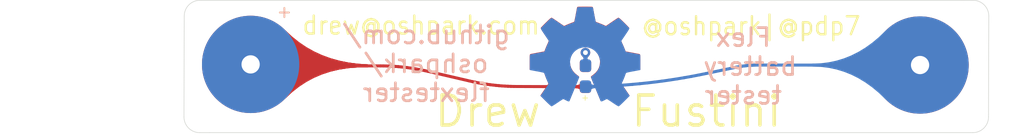
<source format=kicad_pcb>
(kicad_pcb (version 20171130) (host pcbnew 5.1.5-52549c5~84~ubuntu19.04.1)

  (general
    (thickness 1.6)
    (drawings 20)
    (tracks 75)
    (zones 0)
    (modules 6)
    (nets 4)
  )

  (page A4)
  (layers
    (0 F.Cu signal)
    (31 B.Cu signal)
    (32 B.Adhes user)
    (33 F.Adhes user)
    (34 B.Paste user)
    (35 F.Paste user)
    (36 B.SilkS user)
    (37 F.SilkS user)
    (38 B.Mask user)
    (39 F.Mask user)
    (40 Dwgs.User user)
    (41 Cmts.User user)
    (42 Eco1.User user)
    (43 Eco2.User user)
    (44 Edge.Cuts user)
    (45 Margin user)
    (46 B.CrtYd user)
    (47 F.CrtYd user)
    (48 B.Fab user)
    (49 F.Fab user)
  )

  (setup
    (last_trace_width 0.25)
    (trace_clearance 0.2)
    (zone_clearance 0.2)
    (zone_45_only no)
    (trace_min 0.2)
    (via_size 0.8)
    (via_drill 0.4)
    (via_min_size 0.4)
    (via_min_drill 0.3)
    (uvia_size 0.3)
    (uvia_drill 0.1)
    (uvias_allowed no)
    (uvia_min_size 0.2)
    (uvia_min_drill 0.1)
    (edge_width 0.05)
    (segment_width 0.2)
    (pcb_text_width 0.3)
    (pcb_text_size 1.5 1.5)
    (mod_edge_width 0.12)
    (mod_text_size 1 1)
    (mod_text_width 0.15)
    (pad_size 8.128 8.128)
    (pad_drill 1.524)
    (pad_to_mask_clearance 0.051)
    (solder_mask_min_width 0.25)
    (aux_axis_origin 0 0)
    (visible_elements FFFFFF7F)
    (pcbplotparams
      (layerselection 0x010fc_ffffffff)
      (usegerberextensions false)
      (usegerberattributes false)
      (usegerberadvancedattributes false)
      (creategerberjobfile false)
      (excludeedgelayer true)
      (linewidth 0.100000)
      (plotframeref false)
      (viasonmask false)
      (mode 1)
      (useauxorigin false)
      (hpglpennumber 1)
      (hpglpenspeed 20)
      (hpglpendiameter 15.000000)
      (psnegative false)
      (psa4output false)
      (plotreference true)
      (plotvalue true)
      (plotinvisibletext false)
      (padsonsilk false)
      (subtractmaskfromsilk false)
      (outputformat 1)
      (mirror false)
      (drillshape 1)
      (scaleselection 1)
      (outputdirectory ""))
  )

  (net 0 "")
  (net 1 GND)
  (net 2 +3V3)
  (net 3 "Net-(D1-Pad1)")

  (net_class Default "This is the default net class."
    (clearance 0.2)
    (trace_width 0.25)
    (via_dia 0.8)
    (via_drill 0.4)
    (uvia_dia 0.3)
    (uvia_drill 0.1)
    (add_net +3V3)
    (add_net GND)
    (add_net "Net-(D1-Pad1)")
  )

  (module Symbol:OSHW-Logo2_14.6x12mm_SilkScreen (layer F.Cu) (tedit 5E68EA85) (tstamp 5E48E758)
    (at 152.31364 96.33204)
    (descr "Open Source Hardware Symbol")
    (tags "Logo Symbol OSHW")
    (attr virtual)
    (fp_text reference REF** (at 0 0) (layer F.SilkS) hide
      (effects (font (size 1 1) (thickness 0.15)))
    )
    (fp_text value OSHW-Logo2_14.6x12mm_SilkScreen (at 0.75 0) (layer F.Fab) hide
      (effects (font (size 1 1) (thickness 0.15)))
    )
    (fp_poly (pts (xy 0.209014 -5.547002) (xy 0.367006 -5.546137) (xy 0.481347 -5.543795) (xy 0.559407 -5.539238)
      (xy 0.608554 -5.53173) (xy 0.636159 -5.520534) (xy 0.649592 -5.504912) (xy 0.656221 -5.484127)
      (xy 0.656865 -5.481437) (xy 0.666935 -5.432887) (xy 0.685575 -5.337095) (xy 0.710845 -5.204257)
      (xy 0.740807 -5.044569) (xy 0.773522 -4.868226) (xy 0.774664 -4.862033) (xy 0.807433 -4.689218)
      (xy 0.838093 -4.536531) (xy 0.864664 -4.413129) (xy 0.885167 -4.328169) (xy 0.897626 -4.29081)
      (xy 0.89822 -4.290148) (xy 0.934919 -4.271905) (xy 1.010586 -4.241503) (xy 1.108878 -4.205507)
      (xy 1.109425 -4.205315) (xy 1.233233 -4.158778) (xy 1.379196 -4.099496) (xy 1.516781 -4.039891)
      (xy 1.523293 -4.036944) (xy 1.74739 -3.935235) (xy 2.243619 -4.274103) (xy 2.395846 -4.377408)
      (xy 2.533741 -4.469763) (xy 2.649315 -4.545916) (xy 2.734579 -4.600615) (xy 2.781544 -4.628607)
      (xy 2.786004 -4.630683) (xy 2.820134 -4.62144) (xy 2.883881 -4.576844) (xy 2.979731 -4.494791)
      (xy 3.110169 -4.373179) (xy 3.243328 -4.243795) (xy 3.371694 -4.116298) (xy 3.486581 -3.999954)
      (xy 3.581073 -3.901948) (xy 3.648253 -3.829464) (xy 3.681206 -3.789687) (xy 3.682432 -3.787639)
      (xy 3.686074 -3.760344) (xy 3.67235 -3.715766) (xy 3.637869 -3.647888) (xy 3.579239 -3.550689)
      (xy 3.49307 -3.418149) (xy 3.3782 -3.247524) (xy 3.276254 -3.097345) (xy 3.185123 -2.96265)
      (xy 3.110073 -2.85126) (xy 3.056369 -2.770995) (xy 3.02928 -2.729675) (xy 3.027574 -2.72687)
      (xy 3.030882 -2.687279) (xy 3.055953 -2.610331) (xy 3.097798 -2.510568) (xy 3.112712 -2.478709)
      (xy 3.177786 -2.336774) (xy 3.247212 -2.175727) (xy 3.303609 -2.036379) (xy 3.344247 -1.932956)
      (xy 3.376526 -1.854358) (xy 3.395178 -1.81328) (xy 3.397497 -1.810115) (xy 3.431803 -1.804872)
      (xy 3.512669 -1.790506) (xy 3.629343 -1.769063) (xy 3.771075 -1.742587) (xy 3.92711 -1.713123)
      (xy 4.086698 -1.682717) (xy 4.239085 -1.653412) (xy 4.373521 -1.627255) (xy 4.479252 -1.60629)
      (xy 4.545526 -1.592561) (xy 4.561782 -1.58868) (xy 4.578573 -1.5791) (xy 4.591249 -1.557464)
      (xy 4.600378 -1.516469) (xy 4.606531 -1.448811) (xy 4.61028 -1.347188) (xy 4.612192 -1.204297)
      (xy 4.61284 -1.012835) (xy 4.612874 -0.934355) (xy 4.612874 -0.296094) (xy 4.459598 -0.26584)
      (xy 4.374322 -0.249436) (xy 4.24707 -0.225491) (xy 4.093315 -0.196893) (xy 3.928534 -0.166533)
      (xy 3.882989 -0.158194) (xy 3.730932 -0.12863) (xy 3.598468 -0.099558) (xy 3.496714 -0.073671)
      (xy 3.436788 -0.053663) (xy 3.426805 -0.047699) (xy 3.402293 -0.005466) (xy 3.367148 0.07637)
      (xy 3.328173 0.181683) (xy 3.320442 0.204368) (xy 3.26936 0.345018) (xy 3.205954 0.503714)
      (xy 3.143904 0.646225) (xy 3.143598 0.646886) (xy 3.040267 0.87044) (xy 3.719961 1.870232)
      (xy 3.283621 2.3073) (xy 3.151649 2.437381) (xy 3.031279 2.552048) (xy 2.929273 2.645181)
      (xy 2.852391 2.710658) (xy 2.807393 2.742357) (xy 2.800938 2.744368) (xy 2.76304 2.728529)
      (xy 2.685708 2.684496) (xy 2.577389 2.61749) (xy 2.446532 2.532734) (xy 2.305052 2.437816)
      (xy 2.161461 2.340998) (xy 2.033435 2.256751) (xy 1.929105 2.190258) (xy 1.8566 2.146702)
      (xy 1.824158 2.131264) (xy 1.784576 2.144328) (xy 1.709519 2.17875) (xy 1.614468 2.22738)
      (xy 1.604392 2.232785) (xy 1.476391 2.29698) (xy 1.388618 2.328463) (xy 1.334028 2.328798)
      (xy 1.305575 2.299548) (xy 1.30541 2.299138) (xy 1.291188 2.264498) (xy 1.257269 2.182269)
      (xy 1.206284 2.058814) (xy 1.140862 1.900498) (xy 1.063634 1.713686) (xy 0.977229 1.504742)
      (xy 0.893551 1.302446) (xy 0.801588 1.0792) (xy 0.71715 0.872392) (xy 0.642769 0.688362)
      (xy 0.580974 0.533451) (xy 0.534297 0.413996) (xy 0.505268 0.336339) (xy 0.496322 0.307356)
      (xy 0.518756 0.27411) (xy 0.577439 0.221123) (xy 0.655689 0.162704) (xy 0.878534 -0.022048)
      (xy 1.052718 -0.233818) (xy 1.176154 -0.468144) (xy 1.246754 -0.720566) (xy 1.262431 -0.986623)
      (xy 1.251036 -1.109425) (xy 1.18895 -1.364207) (xy 1.082023 -1.589199) (xy 0.936889 -1.782183)
      (xy 0.760178 -1.940939) (xy 0.558522 -2.06325) (xy 0.338554 -2.146895) (xy 0.106906 -2.189656)
      (xy -0.129791 -2.189313) (xy -0.364905 -2.143648) (xy -0.591804 -2.050441) (xy -0.803856 -1.907473)
      (xy -0.892364 -1.826617) (xy -1.062111 -1.618993) (xy -1.180301 -1.392105) (xy -1.247722 -1.152567)
      (xy -1.26516 -0.906993) (xy -1.233402 -0.661997) (xy -1.153235 -0.424192) (xy -1.025445 -0.200193)
      (xy -0.85082 0.003387) (xy -0.655688 0.162704) (xy -0.574409 0.223602) (xy -0.516991 0.276015)
      (xy -0.496322 0.307406) (xy -0.507144 0.341639) (xy -0.537923 0.423419) (xy -0.586126 0.546407)
      (xy -0.649222 0.704263) (xy -0.724678 0.890649) (xy -0.809962 1.099226) (xy -0.893781 1.302496)
      (xy -0.986255 1.525933) (xy -1.071911 1.732984) (xy -1.148118 1.917286) (xy -1.212247 2.072475)
      (xy -1.261668 2.192188) (xy -1.293752 2.270061) (xy -1.305641 2.299138) (xy -1.333726 2.328677)
      (xy -1.388051 2.328591) (xy -1.475605 2.297326) (xy -1.603381 2.233329) (xy -1.604392 2.232785)
      (xy -1.700598 2.183121) (xy -1.778369 2.146945) (xy -1.822223 2.131408) (xy -1.824158 2.131264)
      (xy -1.857171 2.147024) (xy -1.930054 2.19085) (xy -2.034678 2.257557) (xy -2.16291 2.341964)
      (xy -2.305052 2.437816) (xy -2.449767 2.534867) (xy -2.580196 2.61927) (xy -2.68789 2.685801)
      (xy -2.764402 2.729238) (xy -2.800938 2.744368) (xy -2.834582 2.724482) (xy -2.902224 2.668903)
      (xy -2.997107 2.583754) (xy -3.11247 2.475153) (xy -3.241555 2.349221) (xy -3.283771 2.307149)
      (xy -3.720261 1.869931) (xy -3.388023 1.38234) (xy -3.287054 1.232605) (xy -3.198438 1.09822)
      (xy -3.127146 0.986969) (xy -3.07815 0.906639) (xy -3.056422 0.865014) (xy -3.055785 0.862053)
      (xy -3.06724 0.822818) (xy -3.098051 0.743895) (xy -3.142884 0.638509) (xy -3.174353 0.567954)
      (xy -3.233192 0.432876) (xy -3.288604 0.296409) (xy -3.331564 0.181103) (xy -3.343234 0.145977)
      (xy -3.376389 0.052174) (xy -3.408799 -0.020306) (xy -3.426601 -0.047699) (xy -3.465886 -0.064464)
      (xy -3.551626 -0.08823) (xy -3.672697 -0.116303) (xy -3.817973 -0.145991) (xy -3.882988 -0.158194)
      (xy -4.048087 -0.188532) (xy -4.206448 -0.217907) (xy -4.342596 -0.243431) (xy -4.441057 -0.262215)
      (xy -4.459598 -0.26584) (xy -4.612873 -0.296094) (xy -4.612873 -0.934355) (xy -4.612529 -1.14423)
      (xy -4.611116 -1.30302) (xy -4.608064 -1.418027) (xy -4.602803 -1.496554) (xy -4.594763 -1.545904)
      (xy -4.583373 -1.573381) (xy -4.568063 -1.586287) (xy -4.561782 -1.58868) (xy -4.523896 -1.597167)
      (xy -4.440195 -1.6141) (xy -4.321433 -1.637434) (xy -4.178361 -1.665125) (xy -4.021732 -1.695127)
      (xy -3.862297 -1.725396) (xy -3.710809 -1.753885) (xy -3.578019 -1.778551) (xy -3.474681 -1.797349)
      (xy -3.411545 -1.808233) (xy -3.397497 -1.810115) (xy -3.38477 -1.835296) (xy -3.3566 -1.902378)
      (xy -3.318252 -1.998667) (xy -3.303609 -2.036379) (xy -3.244548 -2.182079) (xy -3.175 -2.343049)
      (xy -3.112712 -2.478709) (xy -3.066879 -2.582439) (xy -3.036387 -2.667674) (xy -3.026208 -2.719874)
      (xy -3.027831 -2.72687) (xy -3.049343 -2.759898) (xy -3.098465 -2.833357) (xy -3.169923 -2.939423)
      (xy -3.258445 -3.070274) (xy -3.358759 -3.218088) (xy -3.378594 -3.247266) (xy -3.494988 -3.420137)
      (xy -3.580548 -3.551774) (xy -3.638684 -3.648239) (xy -3.672808 -3.715592) (xy -3.686331 -3.759894)
      (xy -3.682664 -3.787206) (xy -3.68257 -3.78738) (xy -3.653707 -3.823254) (xy -3.589867 -3.892609)
      (xy -3.497969 -3.988255) (xy -3.384933 -4.103001) (xy -3.257679 -4.229659) (xy -3.243328 -4.243795)
      (xy -3.082957 -4.399097) (xy -2.959195 -4.51313) (xy -2.869555 -4.587998) (xy -2.811552 -4.625804)
      (xy -2.786004 -4.630683) (xy -2.748718 -4.609397) (xy -2.671343 -4.560227) (xy -2.561867 -4.488425)
      (xy -2.42828 -4.399245) (xy -2.27857 -4.297937) (xy -2.243618 -4.274103) (xy -1.74739 -3.935235)
      (xy -1.523293 -4.036944) (xy -1.387011 -4.096217) (xy -1.240724 -4.15583) (xy -1.114965 -4.20336)
      (xy -1.109425 -4.205315) (xy -1.011057 -4.241323) (xy -0.935229 -4.271771) (xy -0.898282 -4.290095)
      (xy -0.89822 -4.290148) (xy -0.886496 -4.323271) (xy -0.866568 -4.404733) (xy -0.840413 -4.525375)
      (xy -0.81001 -4.676041) (xy -0.777337 -4.847572) (xy -0.774664 -4.862033) (xy -0.74189 -5.038765)
      (xy -0.711802 -5.19919) (xy -0.686339 -5.333112) (xy -0.667441 -5.430337) (xy -0.657047 -5.480668)
      (xy -0.656865 -5.481437) (xy -0.650539 -5.502847) (xy -0.638239 -5.519012) (xy -0.612594 -5.530669)
      (xy -0.566235 -5.538555) (xy -0.491792 -5.543407) (xy -0.381895 -5.545961) (xy -0.229175 -5.546955)
      (xy -0.026262 -5.547126) (xy 0 -5.547126) (xy 0.209014 -5.547002)) (layer F.Mask) (width 0.01))
    (fp_poly (pts (xy 0.198509 -5.562803) (xy 0.356501 -5.561938) (xy 0.470842 -5.559596) (xy 0.548902 -5.555039)
      (xy 0.598049 -5.547531) (xy 0.625654 -5.536335) (xy 0.639087 -5.520713) (xy 0.645716 -5.499928)
      (xy 0.64636 -5.497238) (xy 0.65643 -5.448688) (xy 0.67507 -5.352896) (xy 0.70034 -5.220058)
      (xy 0.730302 -5.06037) (xy 0.763017 -4.884027) (xy 0.764159 -4.877834) (xy 0.796928 -4.705019)
      (xy 0.827588 -4.552332) (xy 0.854159 -4.42893) (xy 0.874662 -4.34397) (xy 0.887121 -4.306611)
      (xy 0.887715 -4.305949) (xy 0.924414 -4.287706) (xy 1.000081 -4.257304) (xy 1.098373 -4.221308)
      (xy 1.09892 -4.221116) (xy 1.222728 -4.174579) (xy 1.368691 -4.115297) (xy 1.506276 -4.055692)
      (xy 1.512788 -4.052745) (xy 1.736885 -3.951036) (xy 2.233114 -4.289904) (xy 2.385341 -4.393209)
      (xy 2.523236 -4.485564) (xy 2.63881 -4.561717) (xy 2.724074 -4.616416) (xy 2.771039 -4.644408)
      (xy 2.775499 -4.646484) (xy 2.809629 -4.637241) (xy 2.873376 -4.592645) (xy 2.969226 -4.510592)
      (xy 3.099664 -4.38898) (xy 3.232823 -4.259596) (xy 3.361189 -4.132099) (xy 3.476076 -4.015755)
      (xy 3.570568 -3.917749) (xy 3.637748 -3.845265) (xy 3.670701 -3.805488) (xy 3.671927 -3.80344)
      (xy 3.675569 -3.776145) (xy 3.661845 -3.731567) (xy 3.627364 -3.663689) (xy 3.568734 -3.56649)
      (xy 3.482565 -3.43395) (xy 3.367695 -3.263325) (xy 3.265749 -3.113146) (xy 3.174618 -2.978451)
      (xy 3.099568 -2.867061) (xy 3.045864 -2.786796) (xy 3.018775 -2.745476) (xy 3.017069 -2.742671)
      (xy 3.020377 -2.70308) (xy 3.045448 -2.626132) (xy 3.087293 -2.526369) (xy 3.102207 -2.49451)
      (xy 3.167281 -2.352575) (xy 3.236707 -2.191528) (xy 3.293104 -2.05218) (xy 3.333742 -1.948757)
      (xy 3.366021 -1.870159) (xy 3.384673 -1.829081) (xy 3.386992 -1.825916) (xy 3.421298 -1.820673)
      (xy 3.502164 -1.806307) (xy 3.618838 -1.784864) (xy 3.76057 -1.758388) (xy 3.916605 -1.728924)
      (xy 4.076193 -1.698518) (xy 4.22858 -1.669213) (xy 4.363016 -1.643056) (xy 4.468747 -1.622091)
      (xy 4.535021 -1.608362) (xy 4.551277 -1.604481) (xy 4.568068 -1.594901) (xy 4.580744 -1.573265)
      (xy 4.589873 -1.53227) (xy 4.596026 -1.464612) (xy 4.599775 -1.362989) (xy 4.601687 -1.220098)
      (xy 4.602335 -1.028636) (xy 4.602369 -0.950156) (xy 4.602369 -0.311895) (xy 4.449093 -0.281641)
      (xy 4.363817 -0.265237) (xy 4.236565 -0.241292) (xy 4.08281 -0.212694) (xy 3.918029 -0.182334)
      (xy 3.872484 -0.173995) (xy 3.720427 -0.144431) (xy 3.587963 -0.115359) (xy 3.486209 -0.089472)
      (xy 3.426283 -0.069464) (xy 3.4163 -0.0635) (xy 3.391788 -0.021267) (xy 3.356643 0.060569)
      (xy 3.317668 0.165882) (xy 3.309937 0.188567) (xy 3.258855 0.329217) (xy 3.195449 0.487913)
      (xy 3.133399 0.630424) (xy 3.133093 0.631085) (xy 3.029762 0.854639) (xy 3.709456 1.854431)
      (xy 3.273116 2.291499) (xy 3.141144 2.42158) (xy 3.020774 2.536247) (xy 2.918768 2.62938)
      (xy 2.841886 2.694857) (xy 2.796888 2.726556) (xy 2.790433 2.728567) (xy 2.752535 2.712728)
      (xy 2.675203 2.668695) (xy 2.566884 2.601689) (xy 2.436027 2.516933) (xy 2.294547 2.422015)
      (xy 2.150956 2.325197) (xy 2.02293 2.24095) (xy 1.9186 2.174457) (xy 1.846095 2.130901)
      (xy 1.813653 2.115463) (xy 1.774071 2.128527) (xy 1.699014 2.162949) (xy 1.603963 2.211579)
      (xy 1.593887 2.216984) (xy 1.465886 2.281179) (xy 1.378113 2.312662) (xy 1.323523 2.312997)
      (xy 1.29507 2.283747) (xy 1.294905 2.283337) (xy 1.280683 2.248697) (xy 1.246764 2.166468)
      (xy 1.195779 2.043013) (xy 1.130357 1.884697) (xy 1.053129 1.697885) (xy 0.966724 1.488941)
      (xy 0.883046 1.286645) (xy 0.791083 1.063399) (xy 0.706645 0.856591) (xy 0.632264 0.672561)
      (xy 0.570469 0.51765) (xy 0.523792 0.398195) (xy 0.494763 0.320538) (xy 0.485817 0.291555)
      (xy 0.508251 0.258309) (xy 0.566934 0.205322) (xy 0.645184 0.146903) (xy 0.868029 -0.037849)
      (xy 1.042213 -0.249619) (xy 1.165649 -0.483945) (xy 1.236249 -0.736367) (xy 1.251926 -1.002424)
      (xy 1.240531 -1.125226) (xy 1.178445 -1.380008) (xy 1.071518 -1.605) (xy 0.926384 -1.797984)
      (xy 0.749673 -1.95674) (xy 0.548017 -2.079051) (xy 0.328049 -2.162696) (xy 0.096401 -2.205457)
      (xy -0.140296 -2.205114) (xy -0.37541 -2.159449) (xy -0.602309 -2.066242) (xy -0.814361 -1.923274)
      (xy -0.902869 -1.842418) (xy -1.072616 -1.634794) (xy -1.190806 -1.407906) (xy -1.258227 -1.168368)
      (xy -1.275665 -0.922794) (xy -1.243907 -0.677798) (xy -1.16374 -0.439993) (xy -1.03595 -0.215994)
      (xy -0.861325 -0.012414) (xy -0.666193 0.146903) (xy -0.584914 0.207801) (xy -0.527496 0.260214)
      (xy -0.506827 0.291605) (xy -0.517649 0.325838) (xy -0.548428 0.407618) (xy -0.596631 0.530606)
      (xy -0.659727 0.688462) (xy -0.735183 0.874848) (xy -0.820467 1.083425) (xy -0.904286 1.286695)
      (xy -0.99676 1.510132) (xy -1.082416 1.717183) (xy -1.158623 1.901485) (xy -1.222752 2.056674)
      (xy -1.272173 2.176387) (xy -1.304257 2.25426) (xy -1.316146 2.283337) (xy -1.344231 2.312876)
      (xy -1.398556 2.31279) (xy -1.48611 2.281525) (xy -1.613886 2.217528) (xy -1.614897 2.216984)
      (xy -1.711103 2.16732) (xy -1.788874 2.131144) (xy -1.832728 2.115607) (xy -1.834663 2.115463)
      (xy -1.867676 2.131223) (xy -1.940559 2.175049) (xy -2.045183 2.241756) (xy -2.173415 2.326163)
      (xy -2.315557 2.422015) (xy -2.460272 2.519066) (xy -2.590701 2.603469) (xy -2.698395 2.67)
      (xy -2.774907 2.713437) (xy -2.811443 2.728567) (xy -2.845087 2.708681) (xy -2.912729 2.653102)
      (xy -3.007612 2.567953) (xy -3.122975 2.459352) (xy -3.25206 2.33342) (xy -3.294276 2.291348)
      (xy -3.730766 1.85413) (xy -3.398528 1.366539) (xy -3.297559 1.216804) (xy -3.208943 1.082419)
      (xy -3.137651 0.971168) (xy -3.088655 0.890838) (xy -3.066927 0.849213) (xy -3.06629 0.846252)
      (xy -3.077745 0.807017) (xy -3.108556 0.728094) (xy -3.153389 0.622708) (xy -3.184858 0.552153)
      (xy -3.243697 0.417075) (xy -3.299109 0.280608) (xy -3.342069 0.165302) (xy -3.353739 0.130176)
      (xy -3.386894 0.036373) (xy -3.419304 -0.036107) (xy -3.437106 -0.0635) (xy -3.476391 -0.080265)
      (xy -3.562131 -0.104031) (xy -3.683202 -0.132104) (xy -3.828478 -0.161792) (xy -3.893493 -0.173995)
      (xy -4.058592 -0.204333) (xy -4.216953 -0.233708) (xy -4.353101 -0.259232) (xy -4.451562 -0.278016)
      (xy -4.470103 -0.281641) (xy -4.623378 -0.311895) (xy -4.623378 -0.950156) (xy -4.623034 -1.160031)
      (xy -4.621621 -1.318821) (xy -4.618569 -1.433828) (xy -4.613308 -1.512355) (xy -4.605268 -1.561705)
      (xy -4.593878 -1.589182) (xy -4.578568 -1.602088) (xy -4.572287 -1.604481) (xy -4.534401 -1.612968)
      (xy -4.4507 -1.629901) (xy -4.331938 -1.653235) (xy -4.188866 -1.680926) (xy -4.032237 -1.710928)
      (xy -3.872802 -1.741197) (xy -3.721314 -1.769686) (xy -3.588524 -1.794352) (xy -3.485186 -1.81315)
      (xy -3.42205 -1.824034) (xy -3.408002 -1.825916) (xy -3.395275 -1.851097) (xy -3.367105 -1.918179)
      (xy -3.328757 -2.014468) (xy -3.314114 -2.05218) (xy -3.255053 -2.19788) (xy -3.185505 -2.35885)
      (xy -3.123217 -2.49451) (xy -3.077384 -2.59824) (xy -3.046892 -2.683475) (xy -3.036713 -2.735675)
      (xy -3.038336 -2.742671) (xy -3.059848 -2.775699) (xy -3.10897 -2.849158) (xy -3.180428 -2.955224)
      (xy -3.26895 -3.086075) (xy -3.369264 -3.233889) (xy -3.389099 -3.263067) (xy -3.505493 -3.435938)
      (xy -3.591053 -3.567575) (xy -3.649189 -3.66404) (xy -3.683313 -3.731393) (xy -3.696836 -3.775695)
      (xy -3.693169 -3.803007) (xy -3.693075 -3.803181) (xy -3.664212 -3.839055) (xy -3.600372 -3.90841)
      (xy -3.508474 -4.004056) (xy -3.395438 -4.118802) (xy -3.268184 -4.24546) (xy -3.253833 -4.259596)
      (xy -3.093462 -4.414898) (xy -2.9697 -4.528931) (xy -2.88006 -4.603799) (xy -2.822057 -4.641605)
      (xy -2.796509 -4.646484) (xy -2.759223 -4.625198) (xy -2.681848 -4.576028) (xy -2.572372 -4.504226)
      (xy -2.438785 -4.415046) (xy -2.289075 -4.313738) (xy -2.254123 -4.289904) (xy -1.757895 -3.951036)
      (xy -1.533798 -4.052745) (xy -1.397516 -4.112018) (xy -1.251229 -4.171631) (xy -1.12547 -4.219161)
      (xy -1.11993 -4.221116) (xy -1.021562 -4.257124) (xy -0.945734 -4.287572) (xy -0.908787 -4.305896)
      (xy -0.908725 -4.305949) (xy -0.897001 -4.339072) (xy -0.877073 -4.420534) (xy -0.850918 -4.541176)
      (xy -0.820515 -4.691842) (xy -0.787842 -4.863373) (xy -0.785169 -4.877834) (xy -0.752395 -5.054566)
      (xy -0.722307 -5.214991) (xy -0.696844 -5.348913) (xy -0.677946 -5.446138) (xy -0.667552 -5.496469)
      (xy -0.66737 -5.497238) (xy -0.661044 -5.518648) (xy -0.648744 -5.534813) (xy -0.623099 -5.54647)
      (xy -0.57674 -5.554356) (xy -0.502297 -5.559208) (xy -0.3924 -5.561762) (xy -0.23968 -5.562756)
      (xy -0.036767 -5.562927) (xy -0.010505 -5.562927) (xy 0.198509 -5.562803)) (layer F.Cu) (width 0.01))
  )

  (module Symbol:OSHW-Logo2_14.6x12mm_SilkScreen (layer B.Cu) (tedit 5E68E6D8) (tstamp 5E490121)
    (at 152.3111 96.34474 180)
    (descr "Open Source Hardware Symbol")
    (tags "Logo Symbol OSHW")
    (attr virtual)
    (fp_text reference REF** (at 0 0) (layer B.SilkS) hide
      (effects (font (size 1 1) (thickness 0.15)) (justify mirror))
    )
    (fp_text value OSHW-Logo2_14.6x12mm_SilkScreen (at 0.75 0) (layer B.Fab) hide
      (effects (font (size 1 1) (thickness 0.15)) (justify mirror))
    )
    (fp_poly (pts (xy 0.209014 5.547002) (xy 0.367006 5.546137) (xy 0.481347 5.543795) (xy 0.559407 5.539238)
      (xy 0.608554 5.53173) (xy 0.636159 5.520534) (xy 0.649592 5.504912) (xy 0.656221 5.484127)
      (xy 0.656865 5.481437) (xy 0.666935 5.432887) (xy 0.685575 5.337095) (xy 0.710845 5.204257)
      (xy 0.740807 5.044569) (xy 0.773522 4.868226) (xy 0.774664 4.862033) (xy 0.807433 4.689218)
      (xy 0.838093 4.536531) (xy 0.864664 4.413129) (xy 0.885167 4.328169) (xy 0.897626 4.29081)
      (xy 0.89822 4.290148) (xy 0.934919 4.271905) (xy 1.010586 4.241503) (xy 1.108878 4.205507)
      (xy 1.109425 4.205315) (xy 1.233233 4.158778) (xy 1.379196 4.099496) (xy 1.516781 4.039891)
      (xy 1.523293 4.036944) (xy 1.74739 3.935235) (xy 2.243619 4.274103) (xy 2.395846 4.377408)
      (xy 2.533741 4.469763) (xy 2.649315 4.545916) (xy 2.734579 4.600615) (xy 2.781544 4.628607)
      (xy 2.786004 4.630683) (xy 2.820134 4.62144) (xy 2.883881 4.576844) (xy 2.979731 4.494791)
      (xy 3.110169 4.373179) (xy 3.243328 4.243795) (xy 3.371694 4.116298) (xy 3.486581 3.999954)
      (xy 3.581073 3.901948) (xy 3.648253 3.829464) (xy 3.681206 3.789687) (xy 3.682432 3.787639)
      (xy 3.686074 3.760344) (xy 3.67235 3.715766) (xy 3.637869 3.647888) (xy 3.579239 3.550689)
      (xy 3.49307 3.418149) (xy 3.3782 3.247524) (xy 3.276254 3.097345) (xy 3.185123 2.96265)
      (xy 3.110073 2.85126) (xy 3.056369 2.770995) (xy 3.02928 2.729675) (xy 3.027574 2.72687)
      (xy 3.030882 2.687279) (xy 3.055953 2.610331) (xy 3.097798 2.510568) (xy 3.112712 2.478709)
      (xy 3.177786 2.336774) (xy 3.247212 2.175727) (xy 3.303609 2.036379) (xy 3.344247 1.932956)
      (xy 3.376526 1.854358) (xy 3.395178 1.81328) (xy 3.397497 1.810115) (xy 3.431803 1.804872)
      (xy 3.512669 1.790506) (xy 3.629343 1.769063) (xy 3.771075 1.742587) (xy 3.92711 1.713123)
      (xy 4.086698 1.682717) (xy 4.239085 1.653412) (xy 4.373521 1.627255) (xy 4.479252 1.60629)
      (xy 4.545526 1.592561) (xy 4.561782 1.58868) (xy 4.578573 1.5791) (xy 4.591249 1.557464)
      (xy 4.600378 1.516469) (xy 4.606531 1.448811) (xy 4.61028 1.347188) (xy 4.612192 1.204297)
      (xy 4.61284 1.012835) (xy 4.612874 0.934355) (xy 4.612874 0.296094) (xy 4.459598 0.26584)
      (xy 4.374322 0.249436) (xy 4.24707 0.225491) (xy 4.093315 0.196893) (xy 3.928534 0.166533)
      (xy 3.882989 0.158194) (xy 3.730932 0.12863) (xy 3.598468 0.099558) (xy 3.496714 0.073671)
      (xy 3.436788 0.053663) (xy 3.426805 0.047699) (xy 3.402293 0.005466) (xy 3.367148 -0.07637)
      (xy 3.328173 -0.181683) (xy 3.320442 -0.204368) (xy 3.26936 -0.345018) (xy 3.205954 -0.503714)
      (xy 3.143904 -0.646225) (xy 3.143598 -0.646886) (xy 3.040267 -0.87044) (xy 3.719961 -1.870232)
      (xy 3.283621 -2.3073) (xy 3.151649 -2.437381) (xy 3.031279 -2.552048) (xy 2.929273 -2.645181)
      (xy 2.852391 -2.710658) (xy 2.807393 -2.742357) (xy 2.800938 -2.744368) (xy 2.76304 -2.728529)
      (xy 2.685708 -2.684496) (xy 2.577389 -2.61749) (xy 2.446532 -2.532734) (xy 2.305052 -2.437816)
      (xy 2.161461 -2.340998) (xy 2.033435 -2.256751) (xy 1.929105 -2.190258) (xy 1.8566 -2.146702)
      (xy 1.824158 -2.131264) (xy 1.784576 -2.144328) (xy 1.709519 -2.17875) (xy 1.614468 -2.22738)
      (xy 1.604392 -2.232785) (xy 1.476391 -2.29698) (xy 1.388618 -2.328463) (xy 1.334028 -2.328798)
      (xy 1.305575 -2.299548) (xy 1.30541 -2.299138) (xy 1.291188 -2.264498) (xy 1.257269 -2.182269)
      (xy 1.206284 -2.058814) (xy 1.140862 -1.900498) (xy 1.063634 -1.713686) (xy 0.977229 -1.504742)
      (xy 0.893551 -1.302446) (xy 0.801588 -1.0792) (xy 0.71715 -0.872392) (xy 0.642769 -0.688362)
      (xy 0.580974 -0.533451) (xy 0.534297 -0.413996) (xy 0.505268 -0.336339) (xy 0.496322 -0.307356)
      (xy 0.518756 -0.27411) (xy 0.577439 -0.221123) (xy 0.655689 -0.162704) (xy 0.878534 0.022048)
      (xy 1.052718 0.233818) (xy 1.176154 0.468144) (xy 1.246754 0.720566) (xy 1.262431 0.986623)
      (xy 1.251036 1.109425) (xy 1.18895 1.364207) (xy 1.082023 1.589199) (xy 0.936889 1.782183)
      (xy 0.760178 1.940939) (xy 0.558522 2.06325) (xy 0.338554 2.146895) (xy 0.106906 2.189656)
      (xy -0.129791 2.189313) (xy -0.364905 2.143648) (xy -0.591804 2.050441) (xy -0.803856 1.907473)
      (xy -0.892364 1.826617) (xy -1.062111 1.618993) (xy -1.180301 1.392105) (xy -1.247722 1.152567)
      (xy -1.26516 0.906993) (xy -1.233402 0.661997) (xy -1.153235 0.424192) (xy -1.025445 0.200193)
      (xy -0.85082 -0.003387) (xy -0.655688 -0.162704) (xy -0.574409 -0.223602) (xy -0.516991 -0.276015)
      (xy -0.496322 -0.307406) (xy -0.507144 -0.341639) (xy -0.537923 -0.423419) (xy -0.586126 -0.546407)
      (xy -0.649222 -0.704263) (xy -0.724678 -0.890649) (xy -0.809962 -1.099226) (xy -0.893781 -1.302496)
      (xy -0.986255 -1.525933) (xy -1.071911 -1.732984) (xy -1.148118 -1.917286) (xy -1.212247 -2.072475)
      (xy -1.261668 -2.192188) (xy -1.293752 -2.270061) (xy -1.305641 -2.299138) (xy -1.333726 -2.328677)
      (xy -1.388051 -2.328591) (xy -1.475605 -2.297326) (xy -1.603381 -2.233329) (xy -1.604392 -2.232785)
      (xy -1.700598 -2.183121) (xy -1.778369 -2.146945) (xy -1.822223 -2.131408) (xy -1.824158 -2.131264)
      (xy -1.857171 -2.147024) (xy -1.930054 -2.19085) (xy -2.034678 -2.257557) (xy -2.16291 -2.341964)
      (xy -2.305052 -2.437816) (xy -2.449767 -2.534867) (xy -2.580196 -2.61927) (xy -2.68789 -2.685801)
      (xy -2.764402 -2.729238) (xy -2.800938 -2.744368) (xy -2.834582 -2.724482) (xy -2.902224 -2.668903)
      (xy -2.997107 -2.583754) (xy -3.11247 -2.475153) (xy -3.241555 -2.349221) (xy -3.283771 -2.307149)
      (xy -3.720261 -1.869931) (xy -3.388023 -1.38234) (xy -3.287054 -1.232605) (xy -3.198438 -1.09822)
      (xy -3.127146 -0.986969) (xy -3.07815 -0.906639) (xy -3.056422 -0.865014) (xy -3.055785 -0.862053)
      (xy -3.06724 -0.822818) (xy -3.098051 -0.743895) (xy -3.142884 -0.638509) (xy -3.174353 -0.567954)
      (xy -3.233192 -0.432876) (xy -3.288604 -0.296409) (xy -3.331564 -0.181103) (xy -3.343234 -0.145977)
      (xy -3.376389 -0.052174) (xy -3.408799 0.020306) (xy -3.426601 0.047699) (xy -3.465886 0.064464)
      (xy -3.551626 0.08823) (xy -3.672697 0.116303) (xy -3.817973 0.145991) (xy -3.882988 0.158194)
      (xy -4.048087 0.188532) (xy -4.206448 0.217907) (xy -4.342596 0.243431) (xy -4.441057 0.262215)
      (xy -4.459598 0.26584) (xy -4.612873 0.296094) (xy -4.612873 0.934355) (xy -4.612529 1.14423)
      (xy -4.611116 1.30302) (xy -4.608064 1.418027) (xy -4.602803 1.496554) (xy -4.594763 1.545904)
      (xy -4.583373 1.573381) (xy -4.568063 1.586287) (xy -4.561782 1.58868) (xy -4.523896 1.597167)
      (xy -4.440195 1.6141) (xy -4.321433 1.637434) (xy -4.178361 1.665125) (xy -4.021732 1.695127)
      (xy -3.862297 1.725396) (xy -3.710809 1.753885) (xy -3.578019 1.778551) (xy -3.474681 1.797349)
      (xy -3.411545 1.808233) (xy -3.397497 1.810115) (xy -3.38477 1.835296) (xy -3.3566 1.902378)
      (xy -3.318252 1.998667) (xy -3.303609 2.036379) (xy -3.244548 2.182079) (xy -3.175 2.343049)
      (xy -3.112712 2.478709) (xy -3.066879 2.582439) (xy -3.036387 2.667674) (xy -3.026208 2.719874)
      (xy -3.027831 2.72687) (xy -3.049343 2.759898) (xy -3.098465 2.833357) (xy -3.169923 2.939423)
      (xy -3.258445 3.070274) (xy -3.358759 3.218088) (xy -3.378594 3.247266) (xy -3.494988 3.420137)
      (xy -3.580548 3.551774) (xy -3.638684 3.648239) (xy -3.672808 3.715592) (xy -3.686331 3.759894)
      (xy -3.682664 3.787206) (xy -3.68257 3.78738) (xy -3.653707 3.823254) (xy -3.589867 3.892609)
      (xy -3.497969 3.988255) (xy -3.384933 4.103001) (xy -3.257679 4.229659) (xy -3.243328 4.243795)
      (xy -3.082957 4.399097) (xy -2.959195 4.51313) (xy -2.869555 4.587998) (xy -2.811552 4.625804)
      (xy -2.786004 4.630683) (xy -2.748718 4.609397) (xy -2.671343 4.560227) (xy -2.561867 4.488425)
      (xy -2.42828 4.399245) (xy -2.27857 4.297937) (xy -2.243618 4.274103) (xy -1.74739 3.935235)
      (xy -1.523293 4.036944) (xy -1.387011 4.096217) (xy -1.240724 4.15583) (xy -1.114965 4.20336)
      (xy -1.109425 4.205315) (xy -1.011057 4.241323) (xy -0.935229 4.271771) (xy -0.898282 4.290095)
      (xy -0.89822 4.290148) (xy -0.886496 4.323271) (xy -0.866568 4.404733) (xy -0.840413 4.525375)
      (xy -0.81001 4.676041) (xy -0.777337 4.847572) (xy -0.774664 4.862033) (xy -0.74189 5.038765)
      (xy -0.711802 5.19919) (xy -0.686339 5.333112) (xy -0.667441 5.430337) (xy -0.657047 5.480668)
      (xy -0.656865 5.481437) (xy -0.650539 5.502847) (xy -0.638239 5.519012) (xy -0.612594 5.530669)
      (xy -0.566235 5.538555) (xy -0.491792 5.543407) (xy -0.381895 5.545961) (xy -0.229175 5.546955)
      (xy -0.026262 5.547126) (xy 0 5.547126) (xy 0.209014 5.547002)) (layer B.Mask) (width 0.01))
    (fp_poly (pts (xy 0.209014 5.547002) (xy 0.367006 5.546137) (xy 0.481347 5.543795) (xy 0.559407 5.539238)
      (xy 0.608554 5.53173) (xy 0.636159 5.520534) (xy 0.649592 5.504912) (xy 0.656221 5.484127)
      (xy 0.656865 5.481437) (xy 0.666935 5.432887) (xy 0.685575 5.337095) (xy 0.710845 5.204257)
      (xy 0.740807 5.044569) (xy 0.773522 4.868226) (xy 0.774664 4.862033) (xy 0.807433 4.689218)
      (xy 0.838093 4.536531) (xy 0.864664 4.413129) (xy 0.885167 4.328169) (xy 0.897626 4.29081)
      (xy 0.89822 4.290148) (xy 0.934919 4.271905) (xy 1.010586 4.241503) (xy 1.108878 4.205507)
      (xy 1.109425 4.205315) (xy 1.233233 4.158778) (xy 1.379196 4.099496) (xy 1.516781 4.039891)
      (xy 1.523293 4.036944) (xy 1.74739 3.935235) (xy 2.243619 4.274103) (xy 2.395846 4.377408)
      (xy 2.533741 4.469763) (xy 2.649315 4.545916) (xy 2.734579 4.600615) (xy 2.781544 4.628607)
      (xy 2.786004 4.630683) (xy 2.820134 4.62144) (xy 2.883881 4.576844) (xy 2.979731 4.494791)
      (xy 3.110169 4.373179) (xy 3.243328 4.243795) (xy 3.371694 4.116298) (xy 3.486581 3.999954)
      (xy 3.581073 3.901948) (xy 3.648253 3.829464) (xy 3.681206 3.789687) (xy 3.682432 3.787639)
      (xy 3.686074 3.760344) (xy 3.67235 3.715766) (xy 3.637869 3.647888) (xy 3.579239 3.550689)
      (xy 3.49307 3.418149) (xy 3.3782 3.247524) (xy 3.276254 3.097345) (xy 3.185123 2.96265)
      (xy 3.110073 2.85126) (xy 3.056369 2.770995) (xy 3.02928 2.729675) (xy 3.027574 2.72687)
      (xy 3.030882 2.687279) (xy 3.055953 2.610331) (xy 3.097798 2.510568) (xy 3.112712 2.478709)
      (xy 3.177786 2.336774) (xy 3.247212 2.175727) (xy 3.303609 2.036379) (xy 3.344247 1.932956)
      (xy 3.376526 1.854358) (xy 3.395178 1.81328) (xy 3.397497 1.810115) (xy 3.431803 1.804872)
      (xy 3.512669 1.790506) (xy 3.629343 1.769063) (xy 3.771075 1.742587) (xy 3.92711 1.713123)
      (xy 4.086698 1.682717) (xy 4.239085 1.653412) (xy 4.373521 1.627255) (xy 4.479252 1.60629)
      (xy 4.545526 1.592561) (xy 4.561782 1.58868) (xy 4.578573 1.5791) (xy 4.591249 1.557464)
      (xy 4.600378 1.516469) (xy 4.606531 1.448811) (xy 4.61028 1.347188) (xy 4.612192 1.204297)
      (xy 4.61284 1.012835) (xy 4.612874 0.934355) (xy 4.612874 0.296094) (xy 4.459598 0.26584)
      (xy 4.374322 0.249436) (xy 4.24707 0.225491) (xy 4.093315 0.196893) (xy 3.928534 0.166533)
      (xy 3.882989 0.158194) (xy 3.730932 0.12863) (xy 3.598468 0.099558) (xy 3.496714 0.073671)
      (xy 3.436788 0.053663) (xy 3.426805 0.047699) (xy 3.402293 0.005466) (xy 3.367148 -0.07637)
      (xy 3.328173 -0.181683) (xy 3.320442 -0.204368) (xy 3.26936 -0.345018) (xy 3.205954 -0.503714)
      (xy 3.143904 -0.646225) (xy 3.143598 -0.646886) (xy 3.040267 -0.87044) (xy 3.719961 -1.870232)
      (xy 3.283621 -2.3073) (xy 3.151649 -2.437381) (xy 3.031279 -2.552048) (xy 2.929273 -2.645181)
      (xy 2.852391 -2.710658) (xy 2.807393 -2.742357) (xy 2.800938 -2.744368) (xy 2.76304 -2.728529)
      (xy 2.685708 -2.684496) (xy 2.577389 -2.61749) (xy 2.446532 -2.532734) (xy 2.305052 -2.437816)
      (xy 2.161461 -2.340998) (xy 2.033435 -2.256751) (xy 1.929105 -2.190258) (xy 1.8566 -2.146702)
      (xy 1.824158 -2.131264) (xy 1.784576 -2.144328) (xy 1.709519 -2.17875) (xy 1.614468 -2.22738)
      (xy 1.604392 -2.232785) (xy 1.476391 -2.29698) (xy 1.388618 -2.328463) (xy 1.334028 -2.328798)
      (xy 1.305575 -2.299548) (xy 1.30541 -2.299138) (xy 1.291188 -2.264498) (xy 1.257269 -2.182269)
      (xy 1.206284 -2.058814) (xy 1.140862 -1.900498) (xy 1.063634 -1.713686) (xy 0.977229 -1.504742)
      (xy 0.893551 -1.302446) (xy 0.801588 -1.0792) (xy 0.71715 -0.872392) (xy 0.642769 -0.688362)
      (xy 0.580974 -0.533451) (xy 0.534297 -0.413996) (xy 0.505268 -0.336339) (xy 0.496322 -0.307356)
      (xy 0.518756 -0.27411) (xy 0.577439 -0.221123) (xy 0.655689 -0.162704) (xy 0.878534 0.022048)
      (xy 1.052718 0.233818) (xy 1.176154 0.468144) (xy 1.246754 0.720566) (xy 1.262431 0.986623)
      (xy 1.251036 1.109425) (xy 1.18895 1.364207) (xy 1.082023 1.589199) (xy 0.936889 1.782183)
      (xy 0.760178 1.940939) (xy 0.558522 2.06325) (xy 0.338554 2.146895) (xy 0.106906 2.189656)
      (xy -0.129791 2.189313) (xy -0.364905 2.143648) (xy -0.591804 2.050441) (xy -0.803856 1.907473)
      (xy -0.892364 1.826617) (xy -1.062111 1.618993) (xy -1.180301 1.392105) (xy -1.247722 1.152567)
      (xy -1.26516 0.906993) (xy -1.233402 0.661997) (xy -1.153235 0.424192) (xy -1.025445 0.200193)
      (xy -0.85082 -0.003387) (xy -0.655688 -0.162704) (xy -0.574409 -0.223602) (xy -0.516991 -0.276015)
      (xy -0.496322 -0.307406) (xy -0.507144 -0.341639) (xy -0.537923 -0.423419) (xy -0.586126 -0.546407)
      (xy -0.649222 -0.704263) (xy -0.724678 -0.890649) (xy -0.809962 -1.099226) (xy -0.893781 -1.302496)
      (xy -0.986255 -1.525933) (xy -1.071911 -1.732984) (xy -1.148118 -1.917286) (xy -1.212247 -2.072475)
      (xy -1.261668 -2.192188) (xy -1.293752 -2.270061) (xy -1.305641 -2.299138) (xy -1.333726 -2.328677)
      (xy -1.388051 -2.328591) (xy -1.475605 -2.297326) (xy -1.603381 -2.233329) (xy -1.604392 -2.232785)
      (xy -1.700598 -2.183121) (xy -1.778369 -2.146945) (xy -1.822223 -2.131408) (xy -1.824158 -2.131264)
      (xy -1.857171 -2.147024) (xy -1.930054 -2.19085) (xy -2.034678 -2.257557) (xy -2.16291 -2.341964)
      (xy -2.305052 -2.437816) (xy -2.449767 -2.534867) (xy -2.580196 -2.61927) (xy -2.68789 -2.685801)
      (xy -2.764402 -2.729238) (xy -2.800938 -2.744368) (xy -2.834582 -2.724482) (xy -2.902224 -2.668903)
      (xy -2.997107 -2.583754) (xy -3.11247 -2.475153) (xy -3.241555 -2.349221) (xy -3.283771 -2.307149)
      (xy -3.720261 -1.869931) (xy -3.388023 -1.38234) (xy -3.287054 -1.232605) (xy -3.198438 -1.09822)
      (xy -3.127146 -0.986969) (xy -3.07815 -0.906639) (xy -3.056422 -0.865014) (xy -3.055785 -0.862053)
      (xy -3.06724 -0.822818) (xy -3.098051 -0.743895) (xy -3.142884 -0.638509) (xy -3.174353 -0.567954)
      (xy -3.233192 -0.432876) (xy -3.288604 -0.296409) (xy -3.331564 -0.181103) (xy -3.343234 -0.145977)
      (xy -3.376389 -0.052174) (xy -3.408799 0.020306) (xy -3.426601 0.047699) (xy -3.465886 0.064464)
      (xy -3.551626 0.08823) (xy -3.672697 0.116303) (xy -3.817973 0.145991) (xy -3.882988 0.158194)
      (xy -4.048087 0.188532) (xy -4.206448 0.217907) (xy -4.342596 0.243431) (xy -4.441057 0.262215)
      (xy -4.459598 0.26584) (xy -4.612873 0.296094) (xy -4.612873 0.934355) (xy -4.612529 1.14423)
      (xy -4.611116 1.30302) (xy -4.608064 1.418027) (xy -4.602803 1.496554) (xy -4.594763 1.545904)
      (xy -4.583373 1.573381) (xy -4.568063 1.586287) (xy -4.561782 1.58868) (xy -4.523896 1.597167)
      (xy -4.440195 1.6141) (xy -4.321433 1.637434) (xy -4.178361 1.665125) (xy -4.021732 1.695127)
      (xy -3.862297 1.725396) (xy -3.710809 1.753885) (xy -3.578019 1.778551) (xy -3.474681 1.797349)
      (xy -3.411545 1.808233) (xy -3.397497 1.810115) (xy -3.38477 1.835296) (xy -3.3566 1.902378)
      (xy -3.318252 1.998667) (xy -3.303609 2.036379) (xy -3.244548 2.182079) (xy -3.175 2.343049)
      (xy -3.112712 2.478709) (xy -3.066879 2.582439) (xy -3.036387 2.667674) (xy -3.026208 2.719874)
      (xy -3.027831 2.72687) (xy -3.049343 2.759898) (xy -3.098465 2.833357) (xy -3.169923 2.939423)
      (xy -3.258445 3.070274) (xy -3.358759 3.218088) (xy -3.378594 3.247266) (xy -3.494988 3.420137)
      (xy -3.580548 3.551774) (xy -3.638684 3.648239) (xy -3.672808 3.715592) (xy -3.686331 3.759894)
      (xy -3.682664 3.787206) (xy -3.68257 3.78738) (xy -3.653707 3.823254) (xy -3.589867 3.892609)
      (xy -3.497969 3.988255) (xy -3.384933 4.103001) (xy -3.257679 4.229659) (xy -3.243328 4.243795)
      (xy -3.082957 4.399097) (xy -2.959195 4.51313) (xy -2.869555 4.587998) (xy -2.811552 4.625804)
      (xy -2.786004 4.630683) (xy -2.748718 4.609397) (xy -2.671343 4.560227) (xy -2.561867 4.488425)
      (xy -2.42828 4.399245) (xy -2.27857 4.297937) (xy -2.243618 4.274103) (xy -1.74739 3.935235)
      (xy -1.523293 4.036944) (xy -1.387011 4.096217) (xy -1.240724 4.15583) (xy -1.114965 4.20336)
      (xy -1.109425 4.205315) (xy -1.011057 4.241323) (xy -0.935229 4.271771) (xy -0.898282 4.290095)
      (xy -0.89822 4.290148) (xy -0.886496 4.323271) (xy -0.866568 4.404733) (xy -0.840413 4.525375)
      (xy -0.81001 4.676041) (xy -0.777337 4.847572) (xy -0.774664 4.862033) (xy -0.74189 5.038765)
      (xy -0.711802 5.19919) (xy -0.686339 5.333112) (xy -0.667441 5.430337) (xy -0.657047 5.480668)
      (xy -0.656865 5.481437) (xy -0.650539 5.502847) (xy -0.638239 5.519012) (xy -0.612594 5.530669)
      (xy -0.566235 5.538555) (xy -0.491792 5.543407) (xy -0.381895 5.545961) (xy -0.229175 5.546955)
      (xy -0.026262 5.547126) (xy 0 5.547126) (xy 0.209014 5.547002)) (layer B.Cu) (width 0.01))
  )

  (module touch:TestPoint_Pad_4.0x4.0mm (layer B.Cu) (tedit 5E4F1F96) (tstamp 5E48D7F6)
    (at 180.29682 95.63862)
    (descr "SMD rectangular pad as test Point, square 4.0mm side length")
    (tags "test point SMD pad rectangle square")
    (path /5DF4886B)
    (attr virtual)
    (fp_text reference J2 (at 0 2.898) (layer B.SilkS) hide
      (effects (font (size 1 1) (thickness 0.15)) (justify mirror))
    )
    (fp_text value Conn_01x01_Female (at 0 -3.1) (layer B.Fab) hide
      (effects (font (size 1 1) (thickness 0.15)) (justify mirror))
    )
    (fp_line (start 2.5 -2.5) (end -2.5 -2.5) (layer B.CrtYd) (width 0.05))
    (fp_line (start 2.5 -2.5) (end 2.5 2.5) (layer B.CrtYd) (width 0.05))
    (fp_line (start -2.5 2.5) (end -2.5 -2.5) (layer B.CrtYd) (width 0.05))
    (fp_line (start -2.5 2.5) (end 2.5 2.5) (layer B.CrtYd) (width 0.05))
    (fp_text user %R (at 0 2.9) (layer B.Fab) hide
      (effects (font (size 1 1) (thickness 0.15)) (justify mirror))
    )
    (pad 1 thru_hole circle (at 0 0) (size 8.128 8.128) (drill 1.524) (layers *.Cu *.Mask)
      (net 1 GND))
  )

  (module touch:TestPoint_Pad_4.0x4.0mm (layer B.Cu) (tedit 5E4F1ECC) (tstamp 5E48D97B)
    (at 124.61494 95.65132)
    (descr "SMD rectangular pad as test Point, square 4.0mm side length")
    (tags "test point SMD pad rectangle square")
    (path /5DF48217)
    (attr virtual)
    (fp_text reference J1 (at 0 2.898) (layer B.SilkS) hide
      (effects (font (size 1 1) (thickness 0.15)) (justify mirror))
    )
    (fp_text value Conn_01x01_Female (at 0 -3.1) (layer B.Fab) hide
      (effects (font (size 1 1) (thickness 0.15)) (justify mirror))
    )
    (fp_text user %R (at 0 2.9) (layer B.Fab) hide
      (effects (font (size 1 1) (thickness 0.15)) (justify mirror))
    )
    (fp_line (start -2.5 2.5) (end 2.5 2.5) (layer B.CrtYd) (width 0.05))
    (fp_line (start -2.5 2.5) (end -2.5 -2.5) (layer B.CrtYd) (width 0.05))
    (fp_line (start 2.5 -2.5) (end 2.5 2.5) (layer B.CrtYd) (width 0.05))
    (fp_line (start 2.5 -2.5) (end -2.5 -2.5) (layer B.CrtYd) (width 0.05))
    (pad 1 thru_hole circle (at -0.24384 -0.06604) (size 8.128 8.128) (drill 1.524) (layers *.Cu *.Mask)
      (net 2 +3V3))
  )

  (module Resistor_SMD:R_0603_1608Metric_Pad1.05x0.95mm_HandSolder (layer B.Cu) (tedit 5E4C6FEF) (tstamp 5E4CB3ED)
    (at 152.3492 96.5695 90)
    (descr "Resistor SMD 0603 (1608 Metric), square (rectangular) end terminal, IPC_7351 nominal with elongated pad for handsoldering. (Body size source: http://www.tortai-tech.com/upload/download/2011102023233369053.pdf), generated with kicad-footprint-generator")
    (tags "resistor handsolder")
    (path /5E4C332B)
    (attr smd)
    (fp_text reference R1 (at 0 1.65 90) (layer B.SilkS) hide
      (effects (font (size 1 1) (thickness 0.15)) (justify mirror))
    )
    (fp_text value R (at 0 -1.65 90) (layer B.Fab)
      (effects (font (size 1 1) (thickness 0.15)) (justify mirror))
    )
    (fp_text user %R (at 0 0 90) (layer B.Fab)
      (effects (font (size 0.5 0.5) (thickness 0.08)) (justify mirror))
    )
    (fp_line (start 1.65 -0.73) (end -1.65 -0.73) (layer B.CrtYd) (width 0.05))
    (fp_line (start 1.65 0.73) (end 1.65 -0.73) (layer B.CrtYd) (width 0.05))
    (fp_line (start -1.65 0.73) (end 1.65 0.73) (layer B.CrtYd) (width 0.05))
    (fp_line (start -1.65 -0.73) (end -1.65 0.73) (layer B.CrtYd) (width 0.05))
    (fp_line (start 0.8 -0.4) (end -0.8 -0.4) (layer B.Fab) (width 0.1))
    (fp_line (start 0.8 0.4) (end 0.8 -0.4) (layer B.Fab) (width 0.1))
    (fp_line (start -0.8 0.4) (end 0.8 0.4) (layer B.Fab) (width 0.1))
    (fp_line (start -0.8 -0.4) (end -0.8 0.4) (layer B.Fab) (width 0.1))
    (pad 2 smd roundrect (at 0.875 0 90) (size 1.05 0.95) (layers B.Cu B.Paste B.Mask) (roundrect_rratio 0.25)
      (net 3 "Net-(D1-Pad1)"))
    (pad 1 smd roundrect (at -0.875 0 90) (size 1.05 0.95) (layers B.Cu B.Paste B.Mask) (roundrect_rratio 0.25)
      (net 1 GND))
    (model ${KISYS3DMOD}/Resistor_SMD.3dshapes/R_0603_1608Metric.wrl
      (at (xyz 0 0 0))
      (scale (xyz 1 1 1))
      (rotate (xyz 0 0 0))
    )
  )

  (module LED_SMD:LED_0603_1608Metric_Pad1.05x0.95mm_HandSolder (layer F.Cu) (tedit 5E4C3259) (tstamp 5E4872F7)
    (at 152.34412 96.57842 270)
    (descr "LED SMD 0603 (1608 Metric), square (rectangular) end terminal, IPC_7351 nominal, (Body size source: http://www.tortai-tech.com/upload/download/2011102023233369053.pdf), generated with kicad-footprint-generator")
    (tags "LED handsolder")
    (path /5DF40B3F)
    (attr smd)
    (fp_text reference D1 (at 0 -1.43 270) (layer F.SilkS) hide
      (effects (font (size 1 1) (thickness 0.15)))
    )
    (fp_text value LED (at 2.35588 3.76428 270) (layer F.Fab) hide
      (effects (font (size 1 1) (thickness 0.15)))
    )
    (fp_text user %R (at 0 0 270) (layer F.Fab)
      (effects (font (size 0.4 0.4) (thickness 0.06)))
    )
    (fp_line (start 1.65 0.73) (end -1.65 0.73) (layer F.CrtYd) (width 0.05))
    (fp_line (start 1.65 -0.73) (end 1.65 0.73) (layer F.CrtYd) (width 0.05))
    (fp_line (start -1.65 -0.73) (end 1.65 -0.73) (layer F.CrtYd) (width 0.05))
    (fp_line (start -1.65 0.73) (end -1.65 -0.73) (layer F.CrtYd) (width 0.05))
    (fp_line (start 0.8 0.4) (end 0.8 -0.4) (layer F.Fab) (width 0.1))
    (fp_line (start -0.8 0.4) (end 0.8 0.4) (layer F.Fab) (width 0.1))
    (fp_line (start -0.8 -0.1) (end -0.8 0.4) (layer F.Fab) (width 0.1))
    (fp_line (start -0.5 -0.4) (end -0.8 -0.1) (layer F.Fab) (width 0.1))
    (fp_line (start 0.8 -0.4) (end -0.5 -0.4) (layer F.Fab) (width 0.1))
    (pad 2 smd roundrect (at 0.875 0 270) (size 1.05 0.95) (layers F.Cu F.Paste F.Mask) (roundrect_rratio 0.25)
      (net 2 +3V3))
    (pad 1 smd roundrect (at -0.875 0 270) (size 1.05 0.95) (layers F.Cu F.Paste F.Mask) (roundrect_rratio 0.25)
      (net 3 "Net-(D1-Pad1)"))
    (model ${KISYS3DMOD}/LED_SMD.3dshapes/LED_0603_1608Metric.wrl
      (at (xyz 0 0 0))
      (scale (xyz 1 1 1))
      (rotate (xyz 0 0 0))
    )
  )

  (gr_text "Drew    Fustini" (at 154.2415 99.50196) (layer F.SilkS) (tstamp 5E6AB801)
    (effects (font (size 2.5 2.5) (thickness 0.3)))
  )
  (gr_text + (at 152.32126 98.35388) (layer F.SilkS)
    (effects (font (size 0.5 0.5) (thickness 0.0762)))
  )
  (gr_text + (at 127.18796 91.17838) (layer F.SilkS) (tstamp 5E694445)
    (effects (font (size 1 1) (thickness 0.15)))
  )
  (gr_text drew@oshpark.com (at 138.61034 92.32646) (layer F.SilkS)
    (effects (font (size 1.5 1.4) (thickness 0.2)))
  )
  (gr_text @oshpark|@pdp7 (at 166.18204 92.3798) (layer F.SilkS) (tstamp 5E48FFD2)
    (effects (font (size 1.5 1.4) (thickness 0.2)))
  )
  (gr_text "github.com/\noshpark/\nflextester" (at 139.03706 95.52432) (layer B.SilkS) (tstamp 5E48FFEE)
    (effects (font (size 1.5 1.5) (thickness 0.2286)) (justify mirror))
  )
  (gr_text "Flex\nbattery \ntester" (at 165.5318 95.74784) (layer B.SilkS)
    (effects (font (size 1.5 1.5) (thickness 0.2286)) (justify mirror))
  )
  (gr_line (start 186.038754 91.545674) (end 186.015894 99.972866) (layer Edge.Cuts) (width 0.05) (tstamp 5E48DBDC))
  (gr_line (start 118.824746 91.545674) (end 118.801886 99.972866) (layer Edge.Cuts) (width 0.05) (tstamp 5E48DBDB))
  (gr_arc (start 120.1166 99.972866) (end 120.1166 101.28758) (angle 90) (layer Edge.Cuts) (width 0.05) (tstamp 5E48DB9C))
  (gr_arc (start 184.70118 99.972866) (end 184.70118 101.28758) (angle -90) (layer Edge.Cuts) (width 0.05) (tstamp 5E48DB9B))
  (gr_line (start 184.70118 101.28758) (end 120.9421 101.28758) (layer Edge.Cuts) (width 0.05) (tstamp 5E48DB99))
  (gr_line (start 120.9421 101.28758) (end 120.1166 101.28758) (layer Edge.Cuts) (width 0.05) (tstamp 5E48DB98))
  (gr_line (start 183.89854 90.23096) (end 184.72404 90.23096) (layer Edge.Cuts) (width 0.05))
  (gr_arc (start 184.72404 91.545674) (end 184.72404 90.23096) (angle 90) (layer Edge.Cuts) (width 0.05) (tstamp 5E48DB74))
  (gr_line (start 120.13946 90.23096) (end 183.89854 90.23096) (layer Edge.Cuts) (width 0.05))
  (gr_arc (start 120.13946 91.545674) (end 120.13946 90.23096) (angle -90) (layer Edge.Cuts) (width 0.05))
  (gr_line (start 152.40762 95.71482) (end 124.64288 95.71482) (layer Eco1.User) (width 0.15))
  (gr_line (start 103.50754 90.35288) (end 188.92012 90.35288) (layer Eco1.User) (width 0.15))
  (gr_text + (at 127.18796 91.17838) (layer B.SilkS) (tstamp 5E4872EB)
    (effects (font (size 1 1) (thickness 0.15)) (justify mirror))
  )

  (segment (start 171.3484 95.6437) (end 180.29682 95.63862) (width 0.25) (layer B.Cu) (net 1))
  (segment (start 162.418963 96.348278) (end 161.808462 96.472642) (width 0.25) (layer B.Cu) (net 1) (tstamp D9))
  (segment (start 161.808462 96.472642) (end 161.196499 96.589605) (width 0.25) (layer B.Cu) (net 1) (tstamp D9))
  (segment (start 161.196499 96.589605) (end 160.583166 96.699147) (width 0.25) (layer B.Cu) (net 1) (tstamp D9))
  (segment (start 160.583166 96.699147) (end 159.96855 96.801253) (width 0.25) (layer B.Cu) (net 1) (tstamp D9))
  (segment (start 159.96855 96.801253) (end 159.352743 96.895908) (width 0.25) (layer B.Cu) (net 1) (tstamp D9))
  (segment (start 159.352743 96.895908) (end 158.735835 96.983098) (width 0.25) (layer B.Cu) (net 1) (tstamp D9))
  (segment (start 158.735835 96.983098) (end 158.117916 97.06281) (width 0.25) (layer B.Cu) (net 1) (tstamp D9))
  (segment (start 158.117916 97.06281) (end 157.499077 97.135033) (width 0.25) (layer B.Cu) (net 1) (tstamp D9))
  (segment (start 157.499077 97.135033) (end 156.879408 97.199756) (width 0.25) (layer B.Cu) (net 1) (tstamp D9))
  (segment (start 156.879408 97.199756) (end 156.259002 97.256969) (width 0.25) (layer B.Cu) (net 1) (tstamp D9))
  (segment (start 156.259002 97.256969) (end 155.637947 97.306665) (width 0.25) (layer B.Cu) (net 1) (tstamp D9))
  (segment (start 155.637947 97.306665) (end 155.016337 97.348835) (width 0.25) (layer B.Cu) (net 1) (tstamp D9))
  (segment (start 155.016337 97.348835) (end 154.394261 97.383474) (width 0.25) (layer B.Cu) (net 1) (tstamp D9))
  (segment (start 154.394261 97.383474) (end 153.771812 97.410576) (width 0.25) (layer B.Cu) (net 1) (tstamp D9))
  (segment (start 153.771812 97.410576) (end 153.14908 97.430138) (width 0.25) (layer B.Cu) (net 1) (tstamp D9))
  (segment (start 153.14908 97.430138) (end 152.526157 97.442157) (width 0.25) (layer B.Cu) (net 1) (tstamp D9))
  (segment (start 152.526157 97.442157) (end 152.3492 97.4445) (width 0.25) (layer B.Cu) (net 1))
  (segment (start 166.785799 95.641616) (end 171.3484 95.6437) (width 0.25) (layer B.Cu) (net 1))
  (segment (start 166.785799 95.641616) (end 166.66125 95.642366) (width 0.25) (layer B.Cu) (net 1) (tstamp D9))
  (segment (start 166.66125 95.642366) (end 166.536722 95.644731) (width 0.25) (layer B.Cu) (net 1) (tstamp D9))
  (segment (start 166.536722 95.644731) (end 166.412236 95.648711) (width 0.25) (layer B.Cu) (net 1) (tstamp D9))
  (segment (start 166.412236 95.648711) (end 166.287811 95.654305) (width 0.25) (layer B.Cu) (net 1) (tstamp D9))
  (segment (start 166.287811 95.654305) (end 166.163469 95.661512) (width 0.25) (layer B.Cu) (net 1) (tstamp D9))
  (segment (start 166.163469 95.661512) (end 166.039231 95.670331) (width 0.25) (layer B.Cu) (net 1) (tstamp D9))
  (segment (start 166.039231 95.670331) (end 165.915118 95.680759) (width 0.25) (layer B.Cu) (net 1) (tstamp D9))
  (segment (start 165.915118 95.680759) (end 165.791151 95.692797) (width 0.25) (layer B.Cu) (net 1) (tstamp D9))
  (segment (start 165.791151 95.692797) (end 165.66735 95.70644) (width 0.25) (layer B.Cu) (net 1) (tstamp D9))
  (segment (start 165.66735 95.70644) (end 165.543737 95.721688) (width 0.25) (layer B.Cu) (net 1) (tstamp D9))
  (segment (start 165.543737 95.721688) (end 165.420331 95.738537) (width 0.25) (layer B.Cu) (net 1) (tstamp D9))
  (segment (start 165.420331 95.738537) (end 165.297155 95.756985) (width 0.25) (layer B.Cu) (net 1) (tstamp D9))
  (segment (start 165.297155 95.756985) (end 165.174228 95.777029) (width 0.25) (layer B.Cu) (net 1) (tstamp D9))
  (segment (start 165.174228 95.777029) (end 165.051571 95.798665) (width 0.25) (layer B.Cu) (net 1) (tstamp D9))
  (segment (start 165.051571 95.798665) (end 164.929205 95.821889) (width 0.25) (layer B.Cu) (net 1) (tstamp D9))
  (segment (start 164.929205 95.821889) (end 164.807151 95.8467) (width 0.25) (layer B.Cu) (net 1) (tstamp D9))
  (segment (start 164.807151 95.8467) (end 162.418963 96.348278) (width 0.25) (layer B.Cu) (net 1))
  (segment (start 135.21588 95.710144) (end 124.6632 95.71228) (width 0.25) (layer F.Cu) (net 2))
  (segment (start 135.21588 95.710144) (end 135.464788 95.711866) (width 0.25) (layer F.Cu) (net 2) (tstamp E7))
  (segment (start 135.464788 95.711866) (end 135.713646 95.717135) (width 0.25) (layer F.Cu) (net 2) (tstamp E7))
  (segment (start 135.713646 95.717135) (end 135.962404 95.72595) (width 0.25) (layer F.Cu) (net 2) (tstamp E7))
  (segment (start 135.962404 95.72595) (end 136.211011 95.738308) (width 0.25) (layer F.Cu) (net 2) (tstamp E7))
  (segment (start 136.211011 95.738308) (end 136.459417 95.754207) (width 0.25) (layer F.Cu) (net 2) (tstamp E7))
  (segment (start 136.459417 95.754207) (end 136.707571 95.773643) (width 0.25) (layer F.Cu) (net 2) (tstamp E7))
  (segment (start 136.707571 95.773643) (end 136.955423 95.796614) (width 0.25) (layer F.Cu) (net 2) (tstamp E7))
  (segment (start 136.955423 95.796614) (end 137.202923 95.823114) (width 0.25) (layer F.Cu) (net 2) (tstamp E7))
  (segment (start 137.202923 95.823114) (end 137.450019 95.853137) (width 0.25) (layer F.Cu) (net 2) (tstamp E7))
  (segment (start 137.450019 95.853137) (end 137.696663 95.886678) (width 0.25) (layer F.Cu) (net 2) (tstamp E7))
  (segment (start 137.696663 95.886678) (end 137.942804 95.92373) (width 0.25) (layer F.Cu) (net 2) (tstamp E7))
  (segment (start 137.942804 95.92373) (end 138.188393 95.964285) (width 0.25) (layer F.Cu) (net 2) (tstamp E7))
  (segment (start 138.188393 95.964285) (end 138.433378 96.008335) (width 0.25) (layer F.Cu) (net 2) (tstamp E7))
  (segment (start 138.433378 96.008335) (end 138.677711 96.055871) (width 0.25) (layer F.Cu) (net 2) (tstamp E7))
  (segment (start 138.677711 96.055871) (end 138.921341 96.106884) (width 0.25) (layer F.Cu) (net 2) (tstamp E7))
  (segment (start 138.921341 96.106884) (end 139.164221 96.161364) (width 0.25) (layer F.Cu) (net 2) (tstamp E7))
  (segment (start 146.612345 97.431788) (end 152.34412 97.45342) (width 0.25) (layer F.Cu) (net 2))
  (segment (start 146.612345 97.431788) (end 146.363407 97.429105) (width 0.25) (layer F.Cu) (net 2) (tstamp E7))
  (segment (start 146.363407 97.429105) (end 146.114532 97.422938) (width 0.25) (layer F.Cu) (net 2) (tstamp E7))
  (segment (start 146.114532 97.422938) (end 145.865767 97.413287) (width 0.25) (layer F.Cu) (net 2) (tstamp E7))
  (segment (start 145.865767 97.413287) (end 145.617162 97.400155) (width 0.25) (layer F.Cu) (net 2) (tstamp E7))
  (segment (start 145.617162 97.400155) (end 145.368765 97.383544) (width 0.25) (layer F.Cu) (net 2) (tstamp E7))
  (segment (start 145.368765 97.383544) (end 145.120625 97.363456) (width 0.25) (layer F.Cu) (net 2) (tstamp E7))
  (segment (start 145.120625 97.363456) (end 144.872791 97.339897) (width 0.25) (layer F.Cu) (net 2) (tstamp E7))
  (segment (start 144.872791 97.339897) (end 144.625311 97.312871) (width 0.25) (layer F.Cu) (net 2) (tstamp E7))
  (segment (start 144.625311 97.312871) (end 144.378233 97.282382) (width 0.25) (layer F.Cu) (net 2) (tstamp E7))
  (segment (start 144.378233 97.282382) (end 144.131606 97.248438) (width 0.25) (layer F.Cu) (net 2) (tstamp E7))
  (segment (start 144.131606 97.248438) (end 143.885479 97.211044) (width 0.25) (layer F.Cu) (net 2) (tstamp E7))
  (segment (start 143.885479 97.211044) (end 143.639899 97.170208) (width 0.25) (layer F.Cu) (net 2) (tstamp E7))
  (segment (start 143.639899 97.170208) (end 143.394915 97.125938) (width 0.25) (layer F.Cu) (net 2) (tstamp E7))
  (segment (start 143.394915 97.125938) (end 143.150575 97.078243) (width 0.25) (layer F.Cu) (net 2) (tstamp E7))
  (segment (start 143.150575 97.078243) (end 142.906927 97.027132) (width 0.25) (layer F.Cu) (net 2) (tstamp E7))
  (segment (start 142.906927 97.027132) (end 142.664018 96.972615) (width 0.25) (layer F.Cu) (net 2) (tstamp E7))
  (segment (start 142.664018 96.972615) (end 139.164221 96.161364) (width 0.25) (layer F.Cu) (net 2))
  (segment (start 152.34412 95.70342) (end 152.34158 94.6) (width 0.25) (layer F.Cu) (net 3))
  (segment (start 152.3492 95.70342) (end 152.34158 94.6) (width 0.25) (layer B.Cu) (net 3))
  (segment (start 152.34158 94.6) (end 152.34158 94.6) (width 0.25) (layer F.Cu) (net 3) (tstamp 5E68E5FC))
  (via (at 152.34158 94.6) (size 0.8) (drill 0.4) (layers F.Cu B.Cu) (net 3) (status 1000000))

  (zone (net 1) (net_name GND) (layer B.Cu) (tstamp 0) (hatch edge 0.508)
    (priority 16962)
    (connect_pads yes (clearance 0.2))
    (min_thickness 0.0254)
    (fill yes (arc_segments 32) (thermal_gap 0.508) (thermal_bridge_width 0.508))
    (polygon
      (pts
        (xy 171.348471 95.768699) (xy 172.017385 95.795517) (xy 172.672045 95.876739) (xy 173.31245 96.012366) (xy 173.9386 96.202397)
        (xy 174.550497 96.446832) (xy 175.148138 96.74567) (xy 175.731525 97.098913) (xy 176.300657 97.50656) (xy 176.855535 97.968611)
        (xy 177.396159 98.485067) (xy 182.328819 95.637467) (xy 177.392929 92.795469) (xy 176.852892 93.312537) (xy 176.298539 93.775218)
        (xy 175.72987 94.183511) (xy 175.146885 94.537416) (xy 174.549583 94.836933) (xy 173.937965 95.082062) (xy 173.31203 95.272804)
        (xy 172.67178 95.409157) (xy 172.017213 95.491123) (xy 171.34833 95.518701)
      )
    )
    (filled_polygon
      (pts
        (xy 182.303392 95.637481) (xy 177.398051 98.46931) (xy 176.864308 97.959428) (xy 176.863662 97.958852) (xy 176.308784 97.496801)
        (xy 176.308052 97.496235) (xy 175.73892 97.088588) (xy 175.738103 97.088049) (xy 175.154716 96.734806) (xy 175.153818 96.734311)
        (xy 174.556177 96.435473) (xy 174.555208 96.435038) (xy 173.943311 96.190603) (xy 173.942288 96.190244) (xy 173.316138 96.000213)
        (xy 173.315081 95.999942) (xy 172.674676 95.864315) (xy 172.673609 95.864136) (xy 172.018949 95.782914) (xy 172.017894 95.782827)
        (xy 171.361164 95.756497) (xy 171.361037 95.530888) (xy 172.017736 95.503812) (xy 172.018791 95.503725) (xy 172.673358 95.421759)
        (xy 172.674425 95.421578) (xy 173.314675 95.285225) (xy 173.315732 95.284952) (xy 173.941667 95.09421) (xy 173.94269 95.09385)
        (xy 174.554308 94.848721) (xy 174.555276 94.848286) (xy 175.152578 94.548769) (xy 175.153475 94.548272) (xy 175.73646 94.194367)
        (xy 175.737277 94.193827) (xy 176.305946 93.785534) (xy 176.306677 93.784968) (xy 176.86103 93.322287) (xy 176.861675 93.32171)
        (xy 177.394838 92.811223)
      )
    )
  )
  (zone (net 2) (net_name +3V3) (layer F.Cu) (tstamp 0) (hatch edge 0.508)
    (priority 16962)
    (connect_pads yes (clearance 0.2))
    (min_thickness 0.0254)
    (fill yes (arc_segments 32) (thermal_gap 0.508) (thermal_bridge_width 0.508))
    (polygon
      (pts
        (xy 134.172708 95.585356) (xy 133.341693 95.534184) (xy 132.542017 95.431152) (xy 131.773679 95.276259) (xy 131.036681 95.069504)
        (xy 130.331021 94.810888) (xy 129.656699 94.500411) (xy 129.013716 94.138073) (xy 128.402072 93.723874) (xy 127.821766 93.257814)
        (xy 127.2728 92.739893) (xy 122.339101 95.585691) (xy 127.273952 98.429492) (xy 127.822709 97.913889) (xy 128.402827 97.455217)
        (xy 129.014306 97.053476) (xy 129.657146 96.708666) (xy 130.331346 96.420787) (xy 131.036907 96.189839) (xy 131.773829 96.015822)
        (xy 132.542111 95.898735) (xy 133.341754 95.838579) (xy 134.172758 95.835355)
      )
    )
    (filled_polygon
      (pts
        (xy 127.813051 93.267052) (xy 127.813814 93.267716) (xy 128.39412 93.733776) (xy 128.394951 93.73439) (xy 129.006595 94.148589)
        (xy 129.007481 94.149137) (xy 129.650464 94.511475) (xy 129.651388 94.511947) (xy 130.32571 94.822424) (xy 130.326651 94.822812)
        (xy 131.032311 95.081428) (xy 131.033251 95.081732) (xy 131.770249 95.288487) (xy 131.771169 95.288709) (xy 132.539507 95.443602)
        (xy 132.540394 95.443748) (xy 133.34007 95.54678) (xy 133.340912 95.54686) (xy 134.16001 95.597298) (xy 134.160055 95.822704)
        (xy 133.341705 95.825879) (xy 133.340801 95.825915) (xy 132.541158 95.886071) (xy 132.540198 95.88618) (xy 131.771916 96.003267)
        (xy 131.77091 96.003462) (xy 131.033988 96.177479) (xy 131.032956 96.177769) (xy 130.327395 96.408717) (xy 130.326359 96.409107)
        (xy 129.652159 96.696986) (xy 129.651143 96.697474) (xy 129.008303 97.042284) (xy 129.007333 97.042862) (xy 128.395854 97.444603)
        (xy 128.39495 97.445255) (xy 127.814832 97.903927) (xy 127.814013 97.904634) (xy 127.272126 98.413782) (xy 122.364528 95.585686)
        (xy 127.270959 92.755616)
      )
    )
  )
  (zone (net 3) (net_name "Net-(D1-Pad1)") (layer F.Cu) (tstamp 0) (hatch edge 0.508)
    (priority 16962)
    (connect_pads yes (clearance 0.2))
    (min_thickness 0.0254)
    (fill yes (arc_segments 32) (thermal_gap 0.508) (thermal_bridge_width 0.508))
    (polygon
      (pts
        (xy 152.468107 95.263615) (xy 152.469554 95.219091) (xy 152.474105 95.176049) (xy 152.481759 95.134487) (xy 152.492517 95.094406)
        (xy 152.506378 95.055805) (xy 152.523343 95.018685) (xy 152.543411 94.983045) (xy 152.566582 94.948887) (xy 152.592857 94.916208)
        (xy 152.622236 94.885011) (xy 152.34112 94.400001) (xy 152.062239 94.8863) (xy 152.09176 94.917362) (xy 152.118185 94.949919)
        (xy 152.141513 94.983971) (xy 152.161745 95.019517) (xy 152.178881 95.056559) (xy 152.192919 95.095095) (xy 152.203861 95.135127)
        (xy 152.211707 95.176653) (xy 152.216456 95.219674) (xy 152.218109 95.26419)
      )
    )
    (filled_polygon
      (pts
        (xy 152.606503 94.883193) (xy 152.583611 94.907501) (xy 152.582959 94.90825) (xy 152.556684 94.940929) (xy 152.556072 94.941758)
        (xy 152.532901 94.975916) (xy 152.532345 94.976814) (xy 152.512277 95.012454) (xy 152.511792 95.013406) (xy 152.494827 95.050526)
        (xy 152.494425 95.051513) (xy 152.480564 95.090114) (xy 152.480251 95.091114) (xy 152.469493 95.131195) (xy 152.469269 95.132187)
        (xy 152.461615 95.173749) (xy 152.461475 95.174714) (xy 152.456924 95.217756) (xy 152.456861 95.218678) (xy 152.455812 95.250943)
        (xy 152.230345 95.251462) (xy 152.229147 95.219203) (xy 152.229079 95.218281) (xy 152.22433 95.17526) (xy 152.224186 95.174295)
        (xy 152.21634 95.132769) (xy 152.216112 95.131779) (xy 152.20517 95.091747) (xy 152.204852 95.090748) (xy 152.190814 95.052212)
        (xy 152.190407 95.051227) (xy 152.173271 95.014185) (xy 152.172782 95.013235) (xy 152.15255 94.977689) (xy 152.15199 94.976793)
        (xy 152.128662 94.942741) (xy 152.128046 94.941916) (xy 152.101621 94.909359) (xy 152.100966 94.908613) (xy 152.077963 94.88441)
        (xy 152.341178 94.425428)
      )
    )
  )
  (zone (net 3) (net_name "Net-(D1-Pad1)") (layer B.Cu) (tstamp 0) (hatch edge 0.508)
    (priority 16962)
    (connect_pads yes (clearance 0.2))
    (min_thickness 0.0254)
    (fill yes (arc_segments 32) (thermal_gap 0.508) (thermal_bridge_width 0.508))
    (polygon
      (pts
        (xy 152.471161 95.263025) (xy 152.472403 95.218495) (xy 152.476756 95.175432) (xy 152.484219 95.133836) (xy 152.494792 95.093705)
        (xy 152.508475 95.055041) (xy 152.525269 95.017844) (xy 152.545172 94.982112) (xy 152.568186 94.947847) (xy 152.59431 94.915048)
        (xy 152.623545 94.883716) (xy 152.340199 94.400005) (xy 152.06356 94.887583) (xy 152.093224 94.918508) (xy 152.119798 94.950944)
        (xy 152.143283 94.984888) (xy 152.163678 95.020341) (xy 152.180984 95.057303) (xy 152.1952 95.095775) (xy 152.206326 95.135755)
        (xy 152.214363 95.177245) (xy 152.21931 95.220244) (xy 152.221168 95.264752)
      )
    )
    (filled_polygon
      (pts
        (xy 152.607804 94.88197) (xy 152.585024 94.906384) (xy 152.584376 94.907136) (xy 152.558252 94.939935) (xy 152.557643 94.940766)
        (xy 152.534629 94.975031) (xy 152.534077 94.975932) (xy 152.514174 95.011664) (xy 152.513694 95.012618) (xy 152.4969 95.049815)
        (xy 152.496503 95.050804) (xy 152.48282 95.089468) (xy 152.482511 95.090469) (xy 152.471938 95.1306) (xy 152.471719 95.131593)
        (xy 152.464256 95.173189) (xy 152.46412 95.174155) (xy 152.459767 95.217218) (xy 152.459708 95.218141) (xy 152.458808 95.25041)
        (xy 152.233345 95.251967) (xy 152.231999 95.219714) (xy 152.231927 95.218792) (xy 152.22698 95.175793) (xy 152.226831 95.17483)
        (xy 152.218794 95.13334) (xy 152.218561 95.13235) (xy 152.207435 95.09237) (xy 152.207113 95.091373) (xy 152.192897 95.052901)
        (xy 152.192486 95.051918) (xy 152.17518 95.014956) (xy 152.174686 95.014008) (xy 152.154291 94.978555) (xy 152.153727 94.977662)
        (xy 152.130242 94.943718) (xy 152.129622 94.942895) (xy 152.103048 94.910459) (xy 152.102389 94.909717) (xy 152.079275 94.885621)
        (xy 152.340375 94.425431)
      )
    )
  )
  (zone (net 2) (net_name +3V3) (layer F.Cu) (tstamp 0) (hatch edge 0.508)
    (priority 16962)
    (connect_pads yes (clearance 0.2))
    (min_thickness 0.0254)
    (fill yes (arc_segments 32) (thermal_gap 0.508) (thermal_bridge_width 0.508))
    (polygon
      (pts
        (xy 134.172708 95.585356) (xy 133.341693 95.534184) (xy 132.542017 95.431152) (xy 131.773679 95.276259) (xy 131.036681 95.069504)
        (xy 130.331021 94.810888) (xy 129.656699 94.500411) (xy 129.013716 94.138073) (xy 128.402072 93.723874) (xy 127.821766 93.257814)
        (xy 127.2728 92.739893) (xy 122.339101 95.585691) (xy 127.273952 98.429492) (xy 127.822709 97.913889) (xy 128.402827 97.455217)
        (xy 129.014306 97.053476) (xy 129.657146 96.708666) (xy 130.331346 96.420787) (xy 131.036907 96.189839) (xy 131.773829 96.015822)
        (xy 132.542111 95.898735) (xy 133.341754 95.838579) (xy 134.172758 95.835355)
      )
    )
    (filled_polygon
      (pts
        (xy 127.813051 93.267052) (xy 127.813814 93.267716) (xy 128.39412 93.733776) (xy 128.394951 93.73439) (xy 129.006595 94.148589)
        (xy 129.007481 94.149137) (xy 129.650464 94.511475) (xy 129.651388 94.511947) (xy 130.32571 94.822424) (xy 130.326651 94.822812)
        (xy 131.032311 95.081428) (xy 131.033251 95.081732) (xy 131.770249 95.288487) (xy 131.771169 95.288709) (xy 132.539507 95.443602)
        (xy 132.540394 95.443748) (xy 133.34007 95.54678) (xy 133.340912 95.54686) (xy 134.16001 95.597298) (xy 134.160055 95.822704)
        (xy 133.341705 95.825879) (xy 133.340801 95.825915) (xy 132.541158 95.886071) (xy 132.540198 95.88618) (xy 131.771916 96.003267)
        (xy 131.77091 96.003462) (xy 131.033988 96.177479) (xy 131.032956 96.177769) (xy 130.327395 96.408717) (xy 130.326359 96.409107)
        (xy 129.652159 96.696986) (xy 129.651143 96.697474) (xy 129.008303 97.042284) (xy 129.007333 97.042862) (xy 128.395854 97.444603)
        (xy 128.39495 97.445255) (xy 127.814832 97.903927) (xy 127.814013 97.904634) (xy 127.272126 98.413782) (xy 122.364528 95.585686)
        (xy 127.270959 92.755616)
      )
    )
  )
  (zone (net 1) (net_name GND) (layer B.Cu) (tstamp 0) (hatch edge 0.508)
    (priority 16962)
    (connect_pads yes (clearance 0.2))
    (min_thickness 0.0254)
    (fill yes (arc_segments 32) (thermal_gap 0.508) (thermal_bridge_width 0.508))
    (polygon
      (pts
        (xy 153.19417 97.3195) (xy 153.134687 97.317425) (xy 153.077184 97.3112) (xy 153.02166 97.300825) (xy 152.968115 97.2863)
        (xy 152.91655 97.267625) (xy 152.866965 97.2448) (xy 152.819358 97.217825) (xy 152.773732 97.1867) (xy 152.730084 97.151425)
        (xy 152.688417 97.112) (xy 152.1117 97.4445) (xy 152.688417 97.777) (xy 152.730084 97.737574) (xy 152.773732 97.702299)
        (xy 152.819358 97.671174) (xy 152.866965 97.644199) (xy 152.91655 97.621374) (xy 152.968115 97.602699) (xy 153.02166 97.588174)
        (xy 153.077184 97.577799) (xy 153.134687 97.571574) (xy 153.19417 97.5695)
      )
    )
    (filled_polygon
      (pts
        (xy 152.721355 97.16065) (xy 152.722101 97.161303) (xy 152.765749 97.196578) (xy 152.766575 97.197191) (xy 152.812201 97.228316)
        (xy 152.813097 97.228875) (xy 152.860704 97.25585) (xy 152.861655 97.256336) (xy 152.91124 97.279161) (xy 152.912225 97.279566)
        (xy 152.96379 97.298241) (xy 152.96479 97.298557) (xy 153.018335 97.313082) (xy 153.019327 97.313309) (xy 153.074851 97.323684)
        (xy 153.075817 97.323826) (xy 153.13332 97.330051) (xy 153.134244 97.330117) (xy 153.18147 97.331764) (xy 153.18147 97.557235)
        (xy 153.134244 97.558882) (xy 153.13332 97.558948) (xy 153.075817 97.565173) (xy 153.074851 97.565315) (xy 153.019327 97.57569)
        (xy 153.018335 97.575917) (xy 152.96479 97.590442) (xy 152.96379 97.590758) (xy 152.912225 97.609433) (xy 152.91124 97.609838)
        (xy 152.861655 97.632663) (xy 152.860704 97.633149) (xy 152.813097 97.660124) (xy 152.812201 97.660683) (xy 152.766575 97.691808)
        (xy 152.765749 97.692421) (xy 152.722101 97.727696) (xy 152.721355 97.728349) (xy 152.686561 97.761271) (xy 152.137126 97.4445)
        (xy 152.686562 97.127729)
      )
    )
  )
  (zone (net 2) (net_name +3V3) (layer F.Cu) (tstamp 0) (hatch edge 0.508)
    (priority 16962)
    (connect_pads yes (clearance 0.2))
    (min_thickness 0.0254)
    (fill yes (arc_segments 32) (thermal_gap 0.508) (thermal_bridge_width 0.508))
    (polygon
      (pts
        (xy 134.172708 95.585356) (xy 133.341693 95.534184) (xy 132.542017 95.431152) (xy 131.773679 95.276259) (xy 131.036681 95.069504)
        (xy 130.331021 94.810888) (xy 129.656699 94.500411) (xy 129.013716 94.138073) (xy 128.402072 93.723874) (xy 127.821766 93.257814)
        (xy 127.2728 92.739893) (xy 122.339101 95.585691) (xy 127.273952 98.429492) (xy 127.822709 97.913889) (xy 128.402827 97.455217)
        (xy 129.014306 97.053476) (xy 129.657146 96.708666) (xy 130.331346 96.420787) (xy 131.036907 96.189839) (xy 131.773829 96.015822)
        (xy 132.542111 95.898735) (xy 133.341754 95.838579) (xy 134.172758 95.835355)
      )
    )
    (filled_polygon
      (pts
        (xy 127.813051 93.267052) (xy 127.813814 93.267716) (xy 128.39412 93.733776) (xy 128.394951 93.73439) (xy 129.006595 94.148589)
        (xy 129.007481 94.149137) (xy 129.650464 94.511475) (xy 129.651388 94.511947) (xy 130.32571 94.822424) (xy 130.326651 94.822812)
        (xy 131.032311 95.081428) (xy 131.033251 95.081732) (xy 131.770249 95.288487) (xy 131.771169 95.288709) (xy 132.539507 95.443602)
        (xy 132.540394 95.443748) (xy 133.34007 95.54678) (xy 133.340912 95.54686) (xy 134.16001 95.597298) (xy 134.160055 95.822704)
        (xy 133.341705 95.825879) (xy 133.340801 95.825915) (xy 132.541158 95.886071) (xy 132.540198 95.88618) (xy 131.771916 96.003267)
        (xy 131.77091 96.003462) (xy 131.033988 96.177479) (xy 131.032956 96.177769) (xy 130.327395 96.408717) (xy 130.326359 96.409107)
        (xy 129.652159 96.696986) (xy 129.651143 96.697474) (xy 129.008303 97.042284) (xy 129.007333 97.042862) (xy 128.395854 97.444603)
        (xy 128.39495 97.445255) (xy 127.814832 97.903927) (xy 127.814013 97.904634) (xy 127.272126 98.413782) (xy 122.364528 95.585686)
        (xy 127.270959 92.755616)
      )
    )
  )
  (zone (net 2) (net_name +3V3) (layer F.Cu) (tstamp 0) (hatch edge 0.508)
    (priority 16962)
    (connect_pads yes (clearance 0.2))
    (min_thickness 0.0254)
    (fill yes (arc_segments 32) (thermal_gap 0.508) (thermal_bridge_width 0.508))
    (polygon
      (pts
        (xy 151.498685 97.57523) (xy 151.558159 97.577529) (xy 151.615638 97.583971) (xy 151.671122 97.594555) (xy 151.724611 97.609282)
        (xy 151.776105 97.628152) (xy 151.825604 97.651164) (xy 151.873108 97.678318) (xy 151.918617 97.709615) (xy 151.962131 97.745055)
        (xy 152.00365 97.784637) (xy 152.581618 97.454316) (xy 152.00616 97.119643) (xy 151.964343 97.15891) (xy 151.920563 97.19402)
        (xy 151.874819 97.224973) (xy 151.827112 97.251768) (xy 151.777441 97.274405) (xy 151.725805 97.292885) (xy 151.672207 97.307208)
        (xy 151.616644 97.317373) (xy 151.559118 97.323381) (xy 151.499628 97.325232)
      )
    )
    (filled_polygon
      (pts
        (xy 152.556192 97.45422) (xy 152.005564 97.768915) (xy 151.970894 97.735863) (xy 151.970151 97.735208) (xy 151.926637 97.699768)
        (xy 151.925813 97.699151) (xy 151.880304 97.667854) (xy 151.879411 97.667292) (xy 151.831907 97.640138) (xy 151.830958 97.639648)
        (xy 151.781459 97.616636) (xy 151.780475 97.616227) (xy 151.728981 97.597357) (xy 151.727982 97.597038) (xy 151.674493 97.582311)
        (xy 151.673502 97.58208) (xy 151.618018 97.571496) (xy 151.617053 97.57135) (xy 151.559574 97.564908) (xy 151.55865 97.564838)
        (xy 151.511431 97.563013) (xy 151.512282 97.337545) (xy 151.559513 97.336075) (xy 151.560437 97.336012) (xy 151.617963 97.330004)
        (xy 151.618929 97.329866) (xy 151.674492 97.319701) (xy 151.675486 97.319477) (xy 151.729084 97.305154) (xy 151.730084 97.304842)
        (xy 151.78172 97.286362) (xy 151.782708 97.285961) (xy 151.832379 97.263324) (xy 151.833331 97.262841) (xy 151.881038 97.236046)
        (xy 151.881936 97.235491) (xy 151.92768 97.204538) (xy 151.928508 97.203928) (xy 151.972288 97.168818) (xy 151.973037 97.168168)
        (xy 152.007956 97.135379)
      )
    )
  )
  (zone (net 3) (net_name "Net-(D1-Pad1)") (layer F.Cu) (tstamp 0) (hatch edge 0.508)
    (priority 16962)
    (connect_pads yes (clearance 0.2))
    (min_thickness 0.0254)
    (fill yes (arc_segments 32) (thermal_gap 0.508) (thermal_bridge_width 0.508))
    (polygon
      (pts
        (xy 152.217176 94.85874) (xy 152.215237 94.918227) (xy 152.209145 94.975744) (xy 152.198898 95.031292) (xy 152.184496 95.084869)
        (xy 152.16594 95.136477) (xy 152.143229 95.186115) (xy 152.116364 95.233783) (xy 152.085344 95.279482) (xy 152.050169 95.32321)
        (xy 152.010841 95.364969) (xy 152.344666 95.940919) (xy 152.675838 95.363438) (xy 152.636317 95.321861) (xy 152.600941 95.278295)
        (xy 152.569711 95.23274) (xy 152.542627 95.185196) (xy 152.519688 95.135663) (xy 152.500894 95.084141) (xy 152.486246 95.030631)
        (xy 152.475743 94.975131) (xy 152.469385 94.917642) (xy 152.467174 94.858165)
      )
    )
    (filled_polygon
      (pts
        (xy 152.456694 94.918114) (xy 152.456762 94.919038) (xy 152.46312 94.976527) (xy 152.463264 94.977492) (xy 152.473767 95.032992)
        (xy 152.473997 95.033984) (xy 152.488645 95.087494) (xy 152.488963 95.088493) (xy 152.507757 95.140015) (xy 152.508164 95.141)
        (xy 152.531103 95.190533) (xy 152.531592 95.191482) (xy 152.558676 95.239026) (xy 152.559236 95.239921) (xy 152.590466 95.285476)
        (xy 152.591082 95.286301) (xy 152.626458 95.329867) (xy 152.627112 95.330611) (xy 152.660113 95.365329) (xy 152.344608 95.915492)
        (xy 152.026574 95.366787) (xy 152.059414 95.331917) (xy 152.060065 95.33117) (xy 152.09524 95.287442) (xy 152.095852 95.286615)
        (xy 152.126872 95.240916) (xy 152.127428 95.240018) (xy 152.154293 95.19235) (xy 152.154778 95.191399) (xy 152.177489 95.141761)
        (xy 152.177891 95.140774) (xy 152.196447 95.089166) (xy 152.196761 95.088166) (xy 152.211163 95.034589) (xy 152.211387 95.033596)
        (xy 152.221634 94.978048) (xy 152.221774 94.977082) (xy 152.227866 94.919565) (xy 152.22793 94.918641) (xy 152.229469 94.871412)
        (xy 152.454939 94.870893)
      )
    )
  )
  (zone (net 3) (net_name "Net-(D1-Pad1)") (layer B.Cu) (tstamp 0) (hatch edge 0.508)
    (priority 16962)
    (connect_pads yes (clearance 0.2))
    (min_thickness 0.0254)
    (fill yes (arc_segments 32) (thermal_gap 0.508) (thermal_bridge_width 0.508))
    (polygon
      (pts
        (xy 152.218368 94.859334) (xy 152.216703 94.917134) (xy 152.210876 94.973163) (xy 152.200884 95.027419) (xy 152.186729 95.079902)
        (xy 152.168411 95.130614) (xy 152.145929 95.179553) (xy 152.119283 95.22672) (xy 152.088474 95.272114) (xy 152.053502 95.315737)
        (xy 152.014366 95.357587) (xy 152.35084 95.931994) (xy 152.679349 95.352995) (xy 152.639637 95.311689) (xy 152.604061 95.268554)
        (xy 152.572622 95.223589) (xy 152.545318 95.176795) (xy 152.522152 95.128171) (xy 152.503121 95.077717) (xy 152.488226 95.025434)
        (xy 152.477468 94.971321) (xy 152.470846 94.915379) (xy 152.468361 94.857607)
      )
    )
    (filled_polygon
      (pts
        (xy 152.458158 94.915925) (xy 152.458234 94.916872) (xy 152.464856 94.972814) (xy 152.465012 94.973797) (xy 152.47577 95.02791)
        (xy 152.476012 95.028914) (xy 152.490907 95.081197) (xy 152.491238 95.082199) (xy 152.510269 95.132653) (xy 152.510687 95.133633)
        (xy 152.533853 95.182257) (xy 152.534349 95.183195) (xy 152.561653 95.229989) (xy 152.562214 95.230866) (xy 152.593653 95.275831)
        (xy 152.594263 95.276635) (xy 152.629839 95.31977) (xy 152.630482 95.320491) (xy 152.663628 95.354968) (xy 152.350664 95.906568)
        (xy 152.030112 95.359342) (xy 152.062778 95.324411) (xy 152.063411 95.323681) (xy 152.098383 95.280058) (xy 152.098982 95.279246)
        (xy 152.129791 95.233852) (xy 152.130341 95.232967) (xy 152.156987 95.1858) (xy 152.15747 95.184855) (xy 152.179952 95.135916)
        (xy 152.180356 95.134929) (xy 152.198674 95.084217) (xy 152.198991 95.083209) (xy 152.213146 95.030726) (xy 152.213374 95.029719)
        (xy 152.223366 94.975463) (xy 152.223508 94.974477) (xy 152.229335 94.918448) (xy 152.229398 94.9175) (xy 152.23071 94.871949)
        (xy 152.456199 94.870392)
      )
    )
  )
)

</source>
